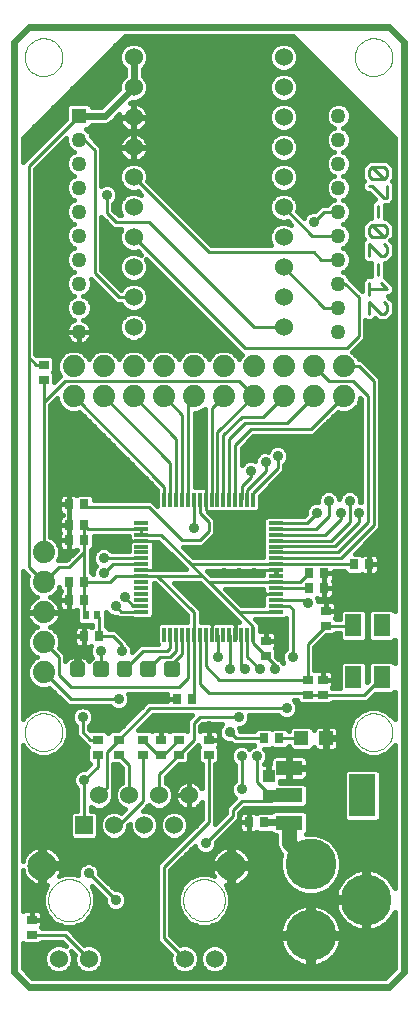
<source format=gtl>
G75*
G70*
%OFA0B0*%
%FSLAX24Y24*%
%IPPOS*%
%LPD*%
%AMOC8*
5,1,8,0,0,1.08239X$1,22.5*
%
%ADD10C,0.0000*%
%ADD11C,0.0240*%
%ADD12C,0.0110*%
%ADD13R,0.0118X0.0472*%
%ADD14R,0.0472X0.0118*%
%ADD15C,0.1700*%
%ADD16R,0.0880X0.0480*%
%ADD17R,0.0866X0.1417*%
%ADD18R,0.0394X0.0433*%
%ADD19R,0.0276X0.0354*%
%ADD20R,0.0472X0.0472*%
%ADD21R,0.0354X0.0276*%
%ADD22R,0.0236X0.0276*%
%ADD23R,0.0551X0.0748*%
%ADD24C,0.0740*%
%ADD25R,0.0600X0.0600*%
%ADD26C,0.0600*%
%ADD27C,0.0975*%
%ADD28R,0.0500X0.0500*%
%ADD29C,0.0500*%
%ADD30C,0.0250*%
%ADD31C,0.0160*%
%ADD32C,0.0356*%
%ADD33C,0.0100*%
%ADD34C,0.0400*%
%ADD35C,0.0500*%
D10*
X001704Y005289D02*
X001706Y005341D01*
X001712Y005393D01*
X001722Y005445D01*
X001735Y005495D01*
X001752Y005545D01*
X001773Y005593D01*
X001798Y005639D01*
X001826Y005683D01*
X001857Y005725D01*
X001891Y005765D01*
X001928Y005802D01*
X001968Y005836D01*
X002010Y005867D01*
X002054Y005895D01*
X002100Y005920D01*
X002148Y005941D01*
X002198Y005958D01*
X002248Y005971D01*
X002300Y005981D01*
X002352Y005987D01*
X002404Y005989D01*
X002456Y005987D01*
X002508Y005981D01*
X002560Y005971D01*
X002610Y005958D01*
X002660Y005941D01*
X002708Y005920D01*
X002754Y005895D01*
X002798Y005867D01*
X002840Y005836D01*
X002880Y005802D01*
X002917Y005765D01*
X002951Y005725D01*
X002982Y005683D01*
X003010Y005639D01*
X003035Y005593D01*
X003056Y005545D01*
X003073Y005495D01*
X003086Y005445D01*
X003096Y005393D01*
X003102Y005341D01*
X003104Y005289D01*
X003102Y005237D01*
X003096Y005185D01*
X003086Y005133D01*
X003073Y005083D01*
X003056Y005033D01*
X003035Y004985D01*
X003010Y004939D01*
X002982Y004895D01*
X002951Y004853D01*
X002917Y004813D01*
X002880Y004776D01*
X002840Y004742D01*
X002798Y004711D01*
X002754Y004683D01*
X002708Y004658D01*
X002660Y004637D01*
X002610Y004620D01*
X002560Y004607D01*
X002508Y004597D01*
X002456Y004591D01*
X002404Y004589D01*
X002352Y004591D01*
X002300Y004597D01*
X002248Y004607D01*
X002198Y004620D01*
X002148Y004637D01*
X002100Y004658D01*
X002054Y004683D01*
X002010Y004711D01*
X001968Y004742D01*
X001928Y004776D01*
X001891Y004813D01*
X001857Y004853D01*
X001826Y004895D01*
X001798Y004939D01*
X001773Y004985D01*
X001752Y005033D01*
X001735Y005083D01*
X001722Y005133D01*
X001712Y005185D01*
X001706Y005237D01*
X001704Y005289D01*
X000924Y010889D02*
X000926Y010939D01*
X000932Y010989D01*
X000942Y011038D01*
X000956Y011086D01*
X000973Y011133D01*
X000994Y011178D01*
X001019Y011222D01*
X001047Y011263D01*
X001079Y011302D01*
X001113Y011339D01*
X001150Y011373D01*
X001190Y011403D01*
X001232Y011430D01*
X001276Y011454D01*
X001322Y011475D01*
X001369Y011491D01*
X001417Y011504D01*
X001467Y011513D01*
X001516Y011518D01*
X001567Y011519D01*
X001617Y011516D01*
X001666Y011509D01*
X001715Y011498D01*
X001763Y011483D01*
X001809Y011465D01*
X001854Y011443D01*
X001897Y011417D01*
X001938Y011388D01*
X001977Y011356D01*
X002013Y011321D01*
X002045Y011283D01*
X002075Y011243D01*
X002102Y011200D01*
X002125Y011156D01*
X002144Y011110D01*
X002160Y011062D01*
X002172Y011013D01*
X002180Y010964D01*
X002184Y010914D01*
X002184Y010864D01*
X002180Y010814D01*
X002172Y010765D01*
X002160Y010716D01*
X002144Y010668D01*
X002125Y010622D01*
X002102Y010578D01*
X002075Y010535D01*
X002045Y010495D01*
X002013Y010457D01*
X001977Y010422D01*
X001938Y010390D01*
X001897Y010361D01*
X001854Y010335D01*
X001809Y010313D01*
X001763Y010295D01*
X001715Y010280D01*
X001666Y010269D01*
X001617Y010262D01*
X001567Y010259D01*
X001516Y010260D01*
X001467Y010265D01*
X001417Y010274D01*
X001369Y010287D01*
X001322Y010303D01*
X001276Y010324D01*
X001232Y010348D01*
X001190Y010375D01*
X001150Y010405D01*
X001113Y010439D01*
X001079Y010476D01*
X001047Y010515D01*
X001019Y010556D01*
X000994Y010600D01*
X000973Y010645D01*
X000956Y010692D01*
X000942Y010740D01*
X000932Y010789D01*
X000926Y010839D01*
X000924Y010889D01*
X006204Y005289D02*
X006206Y005341D01*
X006212Y005393D01*
X006222Y005445D01*
X006235Y005495D01*
X006252Y005545D01*
X006273Y005593D01*
X006298Y005639D01*
X006326Y005683D01*
X006357Y005725D01*
X006391Y005765D01*
X006428Y005802D01*
X006468Y005836D01*
X006510Y005867D01*
X006554Y005895D01*
X006600Y005920D01*
X006648Y005941D01*
X006698Y005958D01*
X006748Y005971D01*
X006800Y005981D01*
X006852Y005987D01*
X006904Y005989D01*
X006956Y005987D01*
X007008Y005981D01*
X007060Y005971D01*
X007110Y005958D01*
X007160Y005941D01*
X007208Y005920D01*
X007254Y005895D01*
X007298Y005867D01*
X007340Y005836D01*
X007380Y005802D01*
X007417Y005765D01*
X007451Y005725D01*
X007482Y005683D01*
X007510Y005639D01*
X007535Y005593D01*
X007556Y005545D01*
X007573Y005495D01*
X007586Y005445D01*
X007596Y005393D01*
X007602Y005341D01*
X007604Y005289D01*
X007602Y005237D01*
X007596Y005185D01*
X007586Y005133D01*
X007573Y005083D01*
X007556Y005033D01*
X007535Y004985D01*
X007510Y004939D01*
X007482Y004895D01*
X007451Y004853D01*
X007417Y004813D01*
X007380Y004776D01*
X007340Y004742D01*
X007298Y004711D01*
X007254Y004683D01*
X007208Y004658D01*
X007160Y004637D01*
X007110Y004620D01*
X007060Y004607D01*
X007008Y004597D01*
X006956Y004591D01*
X006904Y004589D01*
X006852Y004591D01*
X006800Y004597D01*
X006748Y004607D01*
X006698Y004620D01*
X006648Y004637D01*
X006600Y004658D01*
X006554Y004683D01*
X006510Y004711D01*
X006468Y004742D01*
X006428Y004776D01*
X006391Y004813D01*
X006357Y004853D01*
X006326Y004895D01*
X006298Y004939D01*
X006273Y004985D01*
X006252Y005033D01*
X006235Y005083D01*
X006222Y005133D01*
X006212Y005185D01*
X006206Y005237D01*
X006204Y005289D01*
X011924Y010889D02*
X011926Y010939D01*
X011932Y010989D01*
X011942Y011038D01*
X011956Y011086D01*
X011973Y011133D01*
X011994Y011178D01*
X012019Y011222D01*
X012047Y011263D01*
X012079Y011302D01*
X012113Y011339D01*
X012150Y011373D01*
X012190Y011403D01*
X012232Y011430D01*
X012276Y011454D01*
X012322Y011475D01*
X012369Y011491D01*
X012417Y011504D01*
X012467Y011513D01*
X012516Y011518D01*
X012567Y011519D01*
X012617Y011516D01*
X012666Y011509D01*
X012715Y011498D01*
X012763Y011483D01*
X012809Y011465D01*
X012854Y011443D01*
X012897Y011417D01*
X012938Y011388D01*
X012977Y011356D01*
X013013Y011321D01*
X013045Y011283D01*
X013075Y011243D01*
X013102Y011200D01*
X013125Y011156D01*
X013144Y011110D01*
X013160Y011062D01*
X013172Y011013D01*
X013180Y010964D01*
X013184Y010914D01*
X013184Y010864D01*
X013180Y010814D01*
X013172Y010765D01*
X013160Y010716D01*
X013144Y010668D01*
X013125Y010622D01*
X013102Y010578D01*
X013075Y010535D01*
X013045Y010495D01*
X013013Y010457D01*
X012977Y010422D01*
X012938Y010390D01*
X012897Y010361D01*
X012854Y010335D01*
X012809Y010313D01*
X012763Y010295D01*
X012715Y010280D01*
X012666Y010269D01*
X012617Y010262D01*
X012567Y010259D01*
X012516Y010260D01*
X012467Y010265D01*
X012417Y010274D01*
X012369Y010287D01*
X012322Y010303D01*
X012276Y010324D01*
X012232Y010348D01*
X012190Y010375D01*
X012150Y010405D01*
X012113Y010439D01*
X012079Y010476D01*
X012047Y010515D01*
X012019Y010556D01*
X011994Y010600D01*
X011973Y010645D01*
X011956Y010692D01*
X011942Y010740D01*
X011932Y010789D01*
X011926Y010839D01*
X011924Y010889D01*
X011924Y033389D02*
X011926Y033439D01*
X011932Y033489D01*
X011942Y033538D01*
X011956Y033586D01*
X011973Y033633D01*
X011994Y033678D01*
X012019Y033722D01*
X012047Y033763D01*
X012079Y033802D01*
X012113Y033839D01*
X012150Y033873D01*
X012190Y033903D01*
X012232Y033930D01*
X012276Y033954D01*
X012322Y033975D01*
X012369Y033991D01*
X012417Y034004D01*
X012467Y034013D01*
X012516Y034018D01*
X012567Y034019D01*
X012617Y034016D01*
X012666Y034009D01*
X012715Y033998D01*
X012763Y033983D01*
X012809Y033965D01*
X012854Y033943D01*
X012897Y033917D01*
X012938Y033888D01*
X012977Y033856D01*
X013013Y033821D01*
X013045Y033783D01*
X013075Y033743D01*
X013102Y033700D01*
X013125Y033656D01*
X013144Y033610D01*
X013160Y033562D01*
X013172Y033513D01*
X013180Y033464D01*
X013184Y033414D01*
X013184Y033364D01*
X013180Y033314D01*
X013172Y033265D01*
X013160Y033216D01*
X013144Y033168D01*
X013125Y033122D01*
X013102Y033078D01*
X013075Y033035D01*
X013045Y032995D01*
X013013Y032957D01*
X012977Y032922D01*
X012938Y032890D01*
X012897Y032861D01*
X012854Y032835D01*
X012809Y032813D01*
X012763Y032795D01*
X012715Y032780D01*
X012666Y032769D01*
X012617Y032762D01*
X012567Y032759D01*
X012516Y032760D01*
X012467Y032765D01*
X012417Y032774D01*
X012369Y032787D01*
X012322Y032803D01*
X012276Y032824D01*
X012232Y032848D01*
X012190Y032875D01*
X012150Y032905D01*
X012113Y032939D01*
X012079Y032976D01*
X012047Y033015D01*
X012019Y033056D01*
X011994Y033100D01*
X011973Y033145D01*
X011956Y033192D01*
X011942Y033240D01*
X011932Y033289D01*
X011926Y033339D01*
X011924Y033389D01*
X000924Y033389D02*
X000926Y033439D01*
X000932Y033489D01*
X000942Y033538D01*
X000956Y033586D01*
X000973Y033633D01*
X000994Y033678D01*
X001019Y033722D01*
X001047Y033763D01*
X001079Y033802D01*
X001113Y033839D01*
X001150Y033873D01*
X001190Y033903D01*
X001232Y033930D01*
X001276Y033954D01*
X001322Y033975D01*
X001369Y033991D01*
X001417Y034004D01*
X001467Y034013D01*
X001516Y034018D01*
X001567Y034019D01*
X001617Y034016D01*
X001666Y034009D01*
X001715Y033998D01*
X001763Y033983D01*
X001809Y033965D01*
X001854Y033943D01*
X001897Y033917D01*
X001938Y033888D01*
X001977Y033856D01*
X002013Y033821D01*
X002045Y033783D01*
X002075Y033743D01*
X002102Y033700D01*
X002125Y033656D01*
X002144Y033610D01*
X002160Y033562D01*
X002172Y033513D01*
X002180Y033464D01*
X002184Y033414D01*
X002184Y033364D01*
X002180Y033314D01*
X002172Y033265D01*
X002160Y033216D01*
X002144Y033168D01*
X002125Y033122D01*
X002102Y033078D01*
X002075Y033035D01*
X002045Y032995D01*
X002013Y032957D01*
X001977Y032922D01*
X001938Y032890D01*
X001897Y032861D01*
X001854Y032835D01*
X001809Y032813D01*
X001763Y032795D01*
X001715Y032780D01*
X001666Y032769D01*
X001617Y032762D01*
X001567Y032759D01*
X001516Y032760D01*
X001467Y032765D01*
X001417Y032774D01*
X001369Y032787D01*
X001322Y032803D01*
X001276Y032824D01*
X001232Y032848D01*
X001190Y032875D01*
X001150Y032905D01*
X001113Y032939D01*
X001079Y032976D01*
X001047Y033015D01*
X001019Y033056D01*
X000994Y033100D01*
X000973Y033145D01*
X000956Y033192D01*
X000942Y033240D01*
X000932Y033289D01*
X000926Y033339D01*
X000924Y033389D01*
D11*
X001054Y002389D02*
X013054Y002389D01*
X013554Y002889D01*
X013554Y033889D01*
X013054Y034389D01*
X001054Y034389D01*
X000554Y033889D01*
X000554Y002889D01*
X001054Y002389D01*
X008910Y007889D02*
X009724Y007889D01*
X009734Y008789D02*
X009690Y008833D01*
X003605Y031439D02*
X002724Y031439D01*
X003605Y031439D02*
X004554Y032389D01*
X004554Y033389D01*
D12*
X012409Y029635D02*
X012508Y029734D01*
X012901Y029340D01*
X012508Y029340D01*
X012409Y029438D01*
X012409Y029635D01*
X012508Y029734D02*
X012901Y029734D01*
X013000Y029635D01*
X013000Y029438D01*
X012901Y029340D01*
X013000Y029089D02*
X013000Y028695D01*
X012901Y028695D01*
X012508Y029089D01*
X012409Y029089D01*
X012705Y028445D02*
X012705Y028051D01*
X012901Y027800D02*
X012508Y027800D01*
X012901Y027406D01*
X012508Y027406D01*
X012409Y027505D01*
X012409Y027702D01*
X012508Y027800D01*
X012409Y027156D02*
X012803Y026762D01*
X012901Y026762D01*
X013000Y026860D01*
X013000Y027057D01*
X012901Y027156D01*
X012901Y027406D02*
X013000Y027505D01*
X013000Y027702D01*
X012901Y027800D01*
X012409Y027156D02*
X012409Y026762D01*
X012705Y026511D02*
X012705Y026117D01*
X012803Y025866D02*
X013000Y025670D01*
X012409Y025670D01*
X012409Y025866D02*
X012409Y025473D01*
X012409Y025222D02*
X012803Y024828D01*
X012901Y024828D01*
X013000Y024927D01*
X013000Y025124D01*
X012901Y025222D01*
X012409Y025222D02*
X012409Y024828D01*
D13*
X008531Y018633D03*
X008334Y018633D03*
X008137Y018633D03*
X007940Y018633D03*
X007743Y018633D03*
X007546Y018633D03*
X007350Y018633D03*
X007153Y018633D03*
X006956Y018633D03*
X006759Y018633D03*
X006562Y018633D03*
X006365Y018633D03*
X006169Y018633D03*
X005972Y018633D03*
X005775Y018633D03*
X005578Y018633D03*
X005578Y014145D03*
X005775Y014145D03*
X005972Y014145D03*
X006169Y014145D03*
X006365Y014145D03*
X006562Y014145D03*
X006759Y014145D03*
X006956Y014145D03*
X007153Y014145D03*
X007350Y014145D03*
X007546Y014145D03*
X007743Y014145D03*
X007940Y014145D03*
X008137Y014145D03*
X008334Y014145D03*
X008531Y014145D03*
D14*
X009298Y014912D03*
X009298Y015109D03*
X009298Y015306D03*
X009298Y015503D03*
X009298Y015700D03*
X009298Y015897D03*
X009298Y016093D03*
X009298Y016290D03*
X009298Y016487D03*
X009298Y016684D03*
X009298Y016881D03*
X009298Y017078D03*
X009298Y017274D03*
X009298Y017471D03*
X009298Y017668D03*
X009298Y017865D03*
X004810Y017865D03*
X004810Y017668D03*
X004810Y017471D03*
X004810Y017274D03*
X004810Y017078D03*
X004810Y016881D03*
X004810Y016684D03*
X004810Y016487D03*
X004810Y016290D03*
X004810Y016093D03*
X004810Y015897D03*
X004810Y015700D03*
X004810Y015503D03*
X004810Y015306D03*
X004810Y015109D03*
X004810Y014912D03*
D15*
X010454Y006482D03*
X010454Y004120D03*
X012305Y005301D03*
D16*
X009734Y007879D03*
X009734Y008789D03*
X009734Y009699D03*
D17*
X012174Y008789D03*
D18*
X009054Y008754D03*
X009054Y009423D03*
D19*
X008898Y010689D03*
X009410Y010689D03*
X008910Y007889D03*
X008398Y007889D03*
X006510Y011989D03*
X005998Y011989D03*
X003410Y014089D03*
X002898Y014089D03*
X002910Y015289D03*
X002910Y015889D03*
X002398Y015889D03*
X002398Y015289D03*
X002398Y017289D03*
X002398Y017789D03*
X002398Y018489D03*
X002910Y018489D03*
X002910Y017789D03*
X002910Y017289D03*
X010398Y016189D03*
X010398Y015689D03*
X010910Y015689D03*
X010910Y016189D03*
X011898Y016489D03*
X012410Y016489D03*
D20*
X010968Y010689D03*
X010141Y010689D03*
D21*
X010354Y012133D03*
X010354Y012645D03*
X010854Y012645D03*
X010854Y012133D03*
X010954Y014433D03*
X010954Y014945D03*
X008954Y013945D03*
X008954Y013433D03*
X007054Y010645D03*
X007054Y010133D03*
X006054Y010133D03*
X006054Y010645D03*
X005454Y010645D03*
X005454Y010133D03*
X004854Y010133D03*
X004854Y010645D03*
X004054Y010645D03*
X004054Y010133D03*
X003354Y010133D03*
X003354Y010645D03*
X001154Y004645D03*
X001154Y004133D03*
X001554Y022633D03*
X001554Y023145D03*
D22*
X002967Y014789D03*
X003342Y014789D03*
D23*
X011882Y014455D03*
X011882Y012723D03*
X012827Y012723D03*
X012827Y014455D03*
D24*
X011554Y022089D03*
X011554Y023089D03*
X010554Y023089D03*
X010554Y022089D03*
X009554Y022089D03*
X009554Y023089D03*
X008554Y023089D03*
X008554Y022089D03*
X007554Y022089D03*
X007554Y023089D03*
X006554Y023089D03*
X006554Y022089D03*
X005554Y022089D03*
X005554Y023089D03*
X004554Y023089D03*
X004554Y022089D03*
X003554Y022089D03*
X003554Y023089D03*
X002554Y023089D03*
X002554Y022089D03*
X001554Y016889D03*
X001554Y015889D03*
X001554Y014889D03*
X001554Y013889D03*
X001554Y012889D03*
D25*
X002904Y007789D03*
D26*
X003404Y008789D03*
X003904Y007789D03*
X004404Y008789D03*
X004904Y007789D03*
X005404Y008789D03*
X005904Y007789D03*
X006404Y008789D03*
X006254Y003339D03*
X007254Y003339D03*
X003054Y003339D03*
X002054Y003339D03*
X004554Y024389D03*
X004554Y025389D03*
X004554Y026389D03*
X004554Y027389D03*
X004554Y028389D03*
X004554Y029389D03*
X004554Y030389D03*
X004554Y031389D03*
X004554Y032389D03*
X004554Y033389D03*
X009554Y033389D03*
X009554Y032389D03*
X009554Y031389D03*
X009554Y030389D03*
X009554Y029389D03*
X009554Y028389D03*
X009554Y027389D03*
X009554Y026389D03*
X009554Y025389D03*
X009554Y024389D03*
D27*
X007804Y006439D03*
X001504Y006439D03*
D28*
X002724Y031439D03*
D29*
X002724Y030639D03*
X002724Y029839D03*
X002724Y029039D03*
X002724Y028239D03*
X002724Y027439D03*
X002724Y026639D03*
X002724Y025839D03*
X002724Y025039D03*
X002724Y024239D03*
X011384Y024236D03*
X011384Y025036D03*
X011384Y025836D03*
X011384Y026636D03*
X011384Y027436D03*
X011384Y028236D03*
X011384Y029036D03*
X011384Y029836D03*
X011384Y030636D03*
X011384Y031436D03*
D30*
X005954Y013114D02*
X005954Y012864D01*
X005704Y012864D01*
X005704Y013114D01*
X005954Y013114D01*
X005954Y013113D02*
X005704Y013113D01*
X005167Y013114D02*
X005167Y012864D01*
X004917Y012864D01*
X004917Y013114D01*
X005167Y013114D01*
X005167Y013113D02*
X004917Y013113D01*
X004379Y013114D02*
X004379Y012864D01*
X004129Y012864D01*
X004129Y013114D01*
X004379Y013114D01*
X004379Y013113D02*
X004129Y013113D01*
X003592Y013114D02*
X003592Y012864D01*
X003342Y012864D01*
X003342Y013114D01*
X003592Y013114D01*
X003592Y013113D02*
X003342Y013113D01*
X002805Y013114D02*
X002805Y012864D01*
X002555Y012864D01*
X002555Y013114D01*
X002805Y013114D01*
X002805Y013113D02*
X002555Y013113D01*
D31*
X002634Y013170D02*
X002725Y013170D01*
X002725Y013034D02*
X002634Y013034D01*
X002634Y013419D01*
X002524Y013419D01*
X002466Y013407D01*
X002410Y013384D01*
X002360Y013351D01*
X002318Y013308D01*
X002284Y013258D01*
X002284Y013293D01*
X002284Y013484D01*
X002070Y013698D01*
X002104Y013779D01*
X002104Y013998D01*
X002021Y014200D01*
X001866Y014355D01*
X001784Y014389D01*
X001843Y014418D01*
X001913Y014469D01*
X001974Y014530D01*
X002025Y014600D01*
X002064Y014678D01*
X002091Y014760D01*
X002104Y014845D01*
X002104Y014869D01*
X001575Y014869D01*
X001575Y014909D01*
X002104Y014909D01*
X002104Y014932D01*
X002091Y015017D01*
X002064Y015100D01*
X002025Y015177D01*
X001974Y015247D01*
X001913Y015308D01*
X001843Y015359D01*
X001784Y015389D01*
X001866Y015422D01*
X002021Y015577D01*
X002081Y015722D01*
X002081Y015688D01*
X002093Y015642D01*
X002117Y015601D01*
X002129Y015589D01*
X002117Y015576D01*
X002093Y015535D01*
X002081Y015490D01*
X002081Y015289D01*
X002398Y015289D01*
X002398Y015531D01*
X002398Y015888D01*
X002399Y015888D01*
X002399Y015531D01*
X002399Y015289D01*
X002398Y015289D01*
X002398Y015288D01*
X002399Y015288D01*
X002399Y014931D01*
X002560Y014931D01*
X002606Y014944D01*
X002647Y014967D01*
X002654Y014975D01*
X002669Y014961D01*
X002669Y014576D01*
X002774Y014471D01*
X003149Y014471D01*
X003180Y014471D01*
X003180Y014428D01*
X003154Y014402D01*
X003147Y014410D01*
X003106Y014434D01*
X003060Y014446D01*
X002899Y014446D01*
X002899Y014089D01*
X002898Y014089D01*
X002898Y014088D01*
X002899Y014088D01*
X002899Y013731D01*
X003060Y013731D01*
X003106Y013744D01*
X003139Y013763D01*
X003096Y013660D01*
X003096Y013517D01*
X003151Y013386D01*
X003167Y013370D01*
X003083Y013286D01*
X003073Y013261D01*
X003041Y013308D01*
X002999Y013351D01*
X002949Y013384D01*
X002893Y013407D01*
X002835Y013419D01*
X002725Y013419D01*
X002725Y013034D01*
X002725Y013328D02*
X002634Y013328D01*
X002737Y013731D02*
X002898Y013731D01*
X002898Y014088D01*
X002581Y014088D01*
X002581Y013888D01*
X002593Y013842D01*
X002617Y013801D01*
X002650Y013767D01*
X002691Y013744D01*
X002737Y013731D01*
X002615Y013804D02*
X002104Y013804D01*
X002104Y013962D02*
X002581Y013962D01*
X002581Y014089D02*
X002898Y014089D01*
X002898Y014446D01*
X002737Y014446D01*
X002691Y014434D01*
X002650Y014410D01*
X002617Y014376D01*
X002593Y014335D01*
X002581Y014290D01*
X002581Y014089D01*
X002581Y014121D02*
X002053Y014121D01*
X001941Y014279D02*
X002581Y014279D01*
X002708Y014438D02*
X001870Y014438D01*
X002022Y014596D02*
X002669Y014596D01*
X002669Y014755D02*
X002089Y014755D01*
X002104Y014914D02*
X002669Y014914D01*
X002398Y014931D02*
X002398Y015288D01*
X002081Y015288D01*
X002081Y015088D01*
X002093Y015042D01*
X002117Y015001D01*
X002150Y014967D01*
X002191Y014944D01*
X002237Y014931D01*
X002398Y014931D01*
X002398Y015072D02*
X002399Y015072D01*
X002398Y015231D02*
X002399Y015231D01*
X002398Y015389D02*
X002399Y015389D01*
X002398Y015548D02*
X002399Y015548D01*
X002398Y015706D02*
X002399Y015706D01*
X002398Y015865D02*
X002399Y015865D01*
X002081Y015706D02*
X002074Y015706D01*
X002100Y015548D02*
X001991Y015548D01*
X002081Y015389D02*
X001786Y015389D01*
X001986Y015231D02*
X002081Y015231D01*
X002073Y015072D02*
X002085Y015072D01*
X001534Y014909D02*
X001534Y014869D01*
X001004Y014869D01*
X001004Y014845D01*
X001018Y014760D01*
X001045Y014678D01*
X001084Y014600D01*
X001135Y014530D01*
X001196Y014469D01*
X001266Y014418D01*
X001324Y014389D01*
X001243Y014355D01*
X001088Y014200D01*
X001004Y013998D01*
X001004Y013779D01*
X001088Y013577D01*
X001243Y013422D01*
X001324Y013389D01*
X001243Y013355D01*
X001088Y013200D01*
X001004Y012998D01*
X001004Y012779D01*
X001088Y012577D01*
X001243Y012422D01*
X001445Y012339D01*
X001664Y012339D01*
X001745Y012372D01*
X002359Y011759D01*
X002550Y011759D01*
X003778Y011759D01*
X003851Y011685D01*
X003983Y011631D01*
X004126Y011631D01*
X004257Y011685D01*
X004358Y011786D01*
X004412Y011917D01*
X004412Y012060D01*
X004371Y012159D01*
X005681Y012159D01*
X005681Y011989D01*
X005998Y011989D01*
X005998Y011988D01*
X005681Y011988D01*
X005681Y011919D01*
X005003Y011919D01*
X004868Y011784D01*
X004047Y010962D01*
X003803Y010962D01*
X003704Y010864D01*
X003606Y010962D01*
X003106Y010962D01*
X003084Y010984D01*
X003084Y011112D01*
X003158Y011186D01*
X003212Y011317D01*
X003212Y011460D01*
X003158Y011591D01*
X003057Y011692D01*
X002926Y011747D01*
X002783Y011747D01*
X002651Y011692D01*
X002551Y011591D01*
X002496Y011460D01*
X002496Y011317D01*
X002551Y011186D01*
X002624Y011112D01*
X002624Y010793D01*
X002759Y010659D01*
X003003Y010415D01*
X003015Y010415D01*
X003041Y010389D01*
X002997Y010345D01*
X002997Y009920D01*
X003103Y009815D01*
X003105Y009815D01*
X002937Y009647D01*
X002833Y009647D01*
X002701Y009592D01*
X002601Y009491D01*
X002546Y009360D01*
X002546Y009217D01*
X002601Y009086D01*
X002674Y009012D01*
X002674Y008269D01*
X002530Y008269D01*
X002424Y008163D01*
X002424Y007414D01*
X002530Y007309D01*
X003279Y007309D01*
X003384Y007414D01*
X003384Y008163D01*
X003279Y008269D01*
X003134Y008269D01*
X003134Y008381D01*
X003309Y008309D01*
X003500Y008309D01*
X003676Y008382D01*
X003811Y008517D01*
X003884Y008693D01*
X003884Y008884D01*
X003867Y008926D01*
X003884Y008943D01*
X003884Y009134D01*
X003884Y009815D01*
X004047Y009815D01*
X004174Y009687D01*
X004174Y009213D01*
X004132Y009196D01*
X003997Y009061D01*
X003924Y008884D01*
X003924Y008693D01*
X003997Y008517D01*
X004132Y008382D01*
X004267Y008326D01*
X004148Y008207D01*
X004000Y008269D01*
X003809Y008269D01*
X003632Y008196D01*
X003497Y008061D01*
X003424Y007884D01*
X003424Y007693D01*
X003497Y007517D01*
X003632Y007382D01*
X003809Y007309D01*
X004000Y007309D01*
X004176Y007382D01*
X004311Y007517D01*
X004384Y007693D01*
X004384Y007793D01*
X004424Y007833D01*
X004424Y007693D01*
X004497Y007517D01*
X004632Y007382D01*
X004809Y007309D01*
X005000Y007309D01*
X005176Y007382D01*
X005311Y007517D01*
X005384Y007693D01*
X005384Y007884D01*
X005311Y008061D01*
X005176Y008196D01*
X005000Y008269D01*
X004859Y008269D01*
X005053Y008462D01*
X005132Y008382D01*
X005309Y008309D01*
X005500Y008309D01*
X005676Y008382D01*
X005811Y008517D01*
X005884Y008693D01*
X005884Y008884D01*
X005811Y009061D01*
X005676Y009196D01*
X005634Y009213D01*
X005634Y009387D01*
X006062Y009815D01*
X006306Y009815D01*
X006411Y009920D01*
X006411Y010165D01*
X006704Y010457D01*
X006709Y010437D01*
X006733Y010396D01*
X006741Y010389D01*
X006697Y010345D01*
X006697Y009920D01*
X006803Y009815D01*
X006824Y009815D01*
X006824Y009022D01*
X006815Y009040D01*
X006770Y009101D01*
X006717Y009155D01*
X006656Y009199D01*
X006589Y009233D01*
X006517Y009257D01*
X006442Y009269D01*
X006404Y009269D01*
X006367Y009269D01*
X006292Y009257D01*
X006220Y009233D01*
X006153Y009199D01*
X006092Y009155D01*
X006038Y009101D01*
X005994Y009040D01*
X005959Y008973D01*
X005936Y008901D01*
X005924Y008826D01*
X005924Y008789D01*
X006404Y008789D01*
X006404Y009269D01*
X006404Y008789D01*
X006404Y008789D01*
X006404Y008788D01*
X006404Y008788D01*
X006404Y008309D01*
X006367Y008309D01*
X006292Y008320D01*
X006220Y008344D01*
X006153Y008378D01*
X006092Y008423D01*
X006038Y008476D01*
X005994Y008537D01*
X005959Y008604D01*
X005936Y008676D01*
X005924Y008751D01*
X005924Y008788D01*
X006404Y008788D01*
X006404Y008309D01*
X006442Y008309D01*
X006517Y008320D01*
X006589Y008344D01*
X006656Y008378D01*
X006717Y008423D01*
X006770Y008476D01*
X006815Y008537D01*
X006824Y008556D01*
X006824Y007984D01*
X005459Y006619D01*
X005324Y006484D01*
X005324Y004134D01*
X005324Y003943D01*
X005792Y003476D01*
X005774Y003434D01*
X005774Y003243D01*
X005847Y003067D01*
X005982Y002932D01*
X006159Y002859D01*
X006350Y002859D01*
X006526Y002932D01*
X006661Y003067D01*
X006734Y003243D01*
X006734Y003434D01*
X006661Y003611D01*
X006526Y003746D01*
X006350Y003819D01*
X006159Y003819D01*
X006117Y003801D01*
X005784Y004134D01*
X005784Y006293D01*
X006600Y007109D01*
X006651Y006986D01*
X006751Y006885D01*
X006883Y006831D01*
X007026Y006831D01*
X007157Y006885D01*
X007258Y006986D01*
X007312Y007117D01*
X007312Y007221D01*
X007950Y007859D01*
X008081Y007990D01*
X008081Y007889D01*
X008398Y007889D01*
X008398Y008246D01*
X008237Y008246D01*
X008191Y008234D01*
X008150Y008210D01*
X008117Y008176D01*
X008093Y008135D01*
X008084Y008103D01*
X008084Y008193D01*
X008250Y008359D01*
X008782Y008359D01*
X008783Y008357D01*
X009326Y008357D01*
X009337Y008369D01*
X010249Y008369D01*
X010354Y008474D01*
X010354Y009103D01*
X010249Y009209D01*
X009431Y009209D01*
X009431Y009279D01*
X009694Y009279D01*
X009694Y009658D01*
X009774Y009658D01*
X009774Y009279D01*
X010198Y009279D01*
X010244Y009291D01*
X010285Y009315D01*
X010318Y009348D01*
X010342Y009389D01*
X010354Y009435D01*
X010354Y009659D01*
X009775Y009659D01*
X009775Y009739D01*
X010354Y009739D01*
X010354Y009962D01*
X010342Y010008D01*
X010318Y010049D01*
X010285Y010083D01*
X010244Y010106D01*
X010198Y010119D01*
X009774Y010119D01*
X009774Y009739D01*
X009694Y009739D01*
X009694Y010119D01*
X009271Y010119D01*
X009225Y010106D01*
X009184Y010083D01*
X009150Y010049D01*
X009127Y010008D01*
X009114Y009962D01*
X009114Y009820D01*
X009073Y009820D01*
X009073Y009442D01*
X009036Y009442D01*
X009036Y009820D01*
X008892Y009820D01*
X008958Y009886D01*
X009012Y010017D01*
X009012Y010160D01*
X008958Y010291D01*
X008918Y010331D01*
X009111Y010331D01*
X009154Y010375D01*
X009198Y010331D01*
X009623Y010331D01*
X009725Y010434D01*
X009725Y010378D01*
X009830Y010272D01*
X010452Y010272D01*
X010557Y010378D01*
X010557Y010408D01*
X010564Y010383D01*
X010587Y010342D01*
X010621Y010308D01*
X010662Y010285D01*
X010708Y010272D01*
X010930Y010272D01*
X010930Y010650D01*
X011006Y010650D01*
X011006Y010272D01*
X011228Y010272D01*
X011273Y010285D01*
X011314Y010308D01*
X011348Y010342D01*
X011372Y010383D01*
X011384Y010429D01*
X011384Y010650D01*
X011006Y010650D01*
X011006Y010727D01*
X010930Y010727D01*
X010930Y011105D01*
X010708Y011105D01*
X010662Y011093D01*
X010621Y011069D01*
X010587Y011035D01*
X010564Y010994D01*
X010557Y010969D01*
X010557Y010999D01*
X010452Y011105D01*
X009830Y011105D01*
X009725Y010999D01*
X009725Y010944D01*
X009623Y011046D01*
X009198Y011046D01*
X009154Y011002D01*
X009111Y011046D01*
X008686Y011046D01*
X008581Y010940D01*
X008581Y010919D01*
X008112Y010919D01*
X008112Y010960D01*
X008083Y011031D01*
X008126Y011031D01*
X008257Y011085D01*
X008358Y011186D01*
X008412Y011317D01*
X008412Y011459D01*
X009378Y011459D01*
X009451Y011385D01*
X009583Y011331D01*
X009726Y011331D01*
X009857Y011385D01*
X009958Y011486D01*
X010012Y011617D01*
X010012Y011760D01*
X009958Y011891D01*
X009891Y011959D01*
X009997Y011959D01*
X009997Y011920D01*
X010103Y011815D01*
X010603Y011815D01*
X011106Y011815D01*
X011194Y011903D01*
X012142Y011903D01*
X012332Y011903D01*
X012598Y012169D01*
X013177Y012169D01*
X013254Y012246D01*
X013254Y011315D01*
X013241Y011347D01*
X013013Y011575D01*
X012715Y011699D01*
X012393Y011699D01*
X012096Y011575D01*
X011868Y011347D01*
X011744Y011050D01*
X011744Y010728D01*
X011868Y010430D01*
X012096Y010202D01*
X012393Y010079D01*
X012715Y010079D01*
X013013Y010202D01*
X013241Y010430D01*
X013254Y010462D01*
X013254Y005703D01*
X013208Y005800D01*
X013146Y005898D01*
X013074Y005989D01*
X012992Y006070D01*
X012902Y006143D01*
X012804Y006204D01*
X012699Y006254D01*
X012590Y006293D01*
X012478Y006318D01*
X012385Y006329D01*
X012385Y005381D01*
X012225Y005381D01*
X012225Y005221D01*
X012385Y005221D01*
X012385Y004274D01*
X012478Y004284D01*
X012590Y004310D01*
X012699Y004348D01*
X012804Y004398D01*
X012902Y004460D01*
X012992Y004532D01*
X013074Y004614D01*
X013146Y004704D01*
X013208Y004802D01*
X013254Y004899D01*
X013254Y003013D01*
X012930Y002689D01*
X001179Y002689D01*
X000854Y003013D01*
X000854Y003863D01*
X000903Y003815D01*
X001406Y003815D01*
X001494Y003903D01*
X002165Y003903D01*
X002319Y003748D01*
X002150Y003819D01*
X001959Y003819D01*
X001782Y003746D01*
X001647Y003611D01*
X001574Y003434D01*
X001574Y003243D01*
X001647Y003067D01*
X001782Y002932D01*
X001959Y002859D01*
X002150Y002859D01*
X002326Y002932D01*
X002461Y003067D01*
X002534Y003243D01*
X002534Y003434D01*
X002464Y003604D01*
X002592Y003476D01*
X002574Y003434D01*
X002574Y003243D01*
X002647Y003067D01*
X002782Y002932D01*
X002959Y002859D01*
X003150Y002859D01*
X003326Y002932D01*
X003461Y003067D01*
X003534Y003243D01*
X003534Y003434D01*
X003461Y003611D01*
X003326Y003746D01*
X003150Y003819D01*
X002959Y003819D01*
X002917Y003801D01*
X002355Y004363D01*
X002165Y004363D01*
X001494Y004363D01*
X001468Y004389D01*
X001476Y004396D01*
X001499Y004437D01*
X001511Y004483D01*
X001511Y004644D01*
X001155Y004644D01*
X001155Y004645D01*
X001511Y004645D01*
X001511Y004806D01*
X001499Y004852D01*
X001476Y004893D01*
X001442Y004926D01*
X001401Y004950D01*
X001355Y004962D01*
X001154Y004962D01*
X000953Y004962D01*
X000908Y004950D01*
X000867Y004926D01*
X000854Y004914D01*
X000854Y006286D01*
X000871Y006224D01*
X000904Y006143D01*
X000948Y006067D01*
X001001Y005998D01*
X001063Y005936D01*
X001133Y005882D01*
X001208Y005839D01*
X001289Y005805D01*
X001374Y005783D01*
X001424Y005776D01*
X001424Y006358D01*
X001584Y006358D01*
X001584Y005776D01*
X001635Y005783D01*
X001661Y005790D01*
X001658Y005787D01*
X001524Y005464D01*
X001524Y005114D01*
X001658Y004790D01*
X001906Y004543D01*
X002229Y004409D01*
X002579Y004409D01*
X002903Y004543D01*
X003150Y004790D01*
X003284Y005114D01*
X003284Y005464D01*
X003164Y005754D01*
X003596Y005321D01*
X003596Y005217D01*
X003651Y005086D01*
X003751Y004985D01*
X003883Y004931D01*
X004026Y004931D01*
X004157Y004985D01*
X004258Y005086D01*
X004312Y005217D01*
X004312Y005360D01*
X004258Y005491D01*
X004157Y005592D01*
X004026Y005647D01*
X003921Y005647D01*
X003412Y006156D01*
X003412Y006260D01*
X003358Y006391D01*
X003257Y006492D01*
X003126Y006547D01*
X002983Y006547D01*
X002851Y006492D01*
X002751Y006391D01*
X002696Y006260D01*
X002696Y006120D01*
X002579Y006169D01*
X002229Y006169D01*
X002085Y006109D01*
X002104Y006143D01*
X002138Y006224D01*
X002160Y006308D01*
X002167Y006359D01*
X001584Y006359D01*
X001584Y006519D01*
X001424Y006519D01*
X001424Y007101D01*
X001374Y007095D01*
X001289Y007072D01*
X001208Y007039D01*
X001133Y006995D01*
X001063Y006942D01*
X001001Y006880D01*
X000948Y006810D01*
X000904Y006735D01*
X000871Y006654D01*
X000854Y006592D01*
X000854Y010462D01*
X000868Y010430D01*
X001096Y010202D01*
X001393Y010079D01*
X001715Y010079D01*
X002013Y010202D01*
X002241Y010430D01*
X002364Y010728D01*
X002364Y011050D01*
X002241Y011347D01*
X002013Y011575D01*
X001715Y011699D01*
X001393Y011699D01*
X001096Y011575D01*
X000868Y011347D01*
X000854Y011315D01*
X000854Y016263D01*
X001038Y016080D01*
X001004Y015998D01*
X001004Y015779D01*
X001088Y015577D01*
X001243Y015422D01*
X001324Y015389D01*
X001266Y015359D01*
X001196Y015308D01*
X001135Y015247D01*
X001084Y015177D01*
X001045Y015100D01*
X001018Y015017D01*
X001004Y014932D01*
X001004Y014909D01*
X001534Y014909D01*
X001323Y015389D02*
X000854Y015389D01*
X000854Y015231D02*
X001123Y015231D01*
X001036Y015072D02*
X000854Y015072D01*
X000854Y014914D02*
X001004Y014914D01*
X001019Y014755D02*
X000854Y014755D01*
X000854Y014596D02*
X001087Y014596D01*
X001239Y014438D02*
X000854Y014438D01*
X000854Y014279D02*
X001167Y014279D01*
X001055Y014121D02*
X000854Y014121D01*
X000854Y013962D02*
X001004Y013962D01*
X001004Y013804D02*
X000854Y013804D01*
X000854Y013645D02*
X001060Y013645D01*
X001178Y013487D02*
X000854Y013487D01*
X000854Y013328D02*
X001216Y013328D01*
X001075Y013170D02*
X000854Y013170D01*
X000854Y013011D02*
X001010Y013011D01*
X001004Y012853D02*
X000854Y012853D01*
X000854Y012694D02*
X001040Y012694D01*
X001130Y012535D02*
X000854Y012535D01*
X000854Y012377D02*
X001353Y012377D01*
X001117Y011584D02*
X000854Y011584D01*
X000854Y011426D02*
X000946Y011426D01*
X000854Y011743D02*
X002773Y011743D01*
X002935Y011743D02*
X003794Y011743D01*
X003790Y010950D02*
X003618Y010950D01*
X003192Y011267D02*
X004352Y011267D01*
X004510Y011426D02*
X003212Y011426D01*
X003161Y011584D02*
X004669Y011584D01*
X004827Y011743D02*
X004315Y011743D01*
X004406Y011901D02*
X004986Y011901D01*
X005194Y011459D02*
X006499Y011459D01*
X006459Y011419D01*
X006324Y011284D01*
X006324Y010944D01*
X006306Y010962D01*
X005803Y010962D01*
X005754Y010914D01*
X005742Y010926D01*
X005701Y010950D01*
X005790Y010950D01*
X005701Y010950D02*
X005655Y010962D01*
X005454Y010962D01*
X005253Y010962D01*
X005208Y010950D01*
X005167Y010926D01*
X005154Y010914D01*
X005106Y010962D01*
X004697Y010962D01*
X005194Y011459D01*
X005161Y011426D02*
X006466Y011426D01*
X006459Y011419D02*
X006459Y011419D01*
X006324Y011267D02*
X005002Y011267D01*
X004844Y011109D02*
X006324Y011109D01*
X006318Y010950D02*
X006324Y010950D01*
X006563Y010316D02*
X006697Y010316D01*
X006697Y010157D02*
X006411Y010157D01*
X006411Y009999D02*
X006697Y009999D01*
X006777Y009840D02*
X006331Y009840D01*
X006404Y009206D02*
X006404Y009206D01*
X006404Y009047D02*
X006404Y009047D01*
X006404Y008889D02*
X006404Y008889D01*
X006404Y008730D02*
X006404Y008730D01*
X006404Y008572D02*
X006404Y008572D01*
X006404Y008413D02*
X006404Y008413D01*
X006176Y008196D02*
X006311Y008061D01*
X006384Y007884D01*
X006384Y007693D01*
X006311Y007517D01*
X006176Y007382D01*
X006000Y007309D01*
X005809Y007309D01*
X005632Y007382D01*
X005497Y007517D01*
X005424Y007693D01*
X005424Y007884D01*
X005497Y008061D01*
X005632Y008196D01*
X005809Y008269D01*
X006000Y008269D01*
X006176Y008196D01*
X006276Y008096D02*
X006824Y008096D01*
X006824Y008255D02*
X006033Y008255D01*
X006104Y008413D02*
X005708Y008413D01*
X005775Y008255D02*
X005033Y008255D01*
X005004Y008413D02*
X005101Y008413D01*
X005276Y008096D02*
X005533Y008096D01*
X005447Y007938D02*
X005362Y007938D01*
X005384Y007779D02*
X005424Y007779D01*
X005454Y007621D02*
X005354Y007621D01*
X005257Y007462D02*
X005552Y007462D01*
X005827Y006986D02*
X001887Y006986D01*
X001876Y006995D02*
X001800Y007039D01*
X001719Y007072D01*
X001635Y007095D01*
X001584Y007101D01*
X001584Y006519D01*
X002167Y006519D01*
X002160Y006569D01*
X002138Y006654D01*
X002104Y006735D01*
X002061Y006810D01*
X002007Y006880D01*
X001945Y006942D01*
X001876Y006995D01*
X002047Y006828D02*
X005668Y006828D01*
X005843Y006352D02*
X007142Y006352D01*
X007142Y006359D02*
X007148Y006308D01*
X007171Y006224D01*
X007204Y006143D01*
X007224Y006109D01*
X007079Y006169D01*
X006729Y006169D01*
X006406Y006035D01*
X006158Y005787D01*
X006024Y005464D01*
X006024Y005114D01*
X006158Y004790D01*
X006406Y004543D01*
X006729Y004409D01*
X007079Y004409D01*
X007403Y004543D01*
X007650Y004790D01*
X007784Y005114D01*
X007784Y005464D01*
X007650Y005787D01*
X007648Y005790D01*
X007674Y005783D01*
X007724Y005776D01*
X007724Y006358D01*
X007884Y006358D01*
X007884Y005776D01*
X007935Y005783D01*
X008019Y005805D01*
X008100Y005839D01*
X008176Y005882D01*
X008245Y005936D01*
X008307Y005998D01*
X008361Y006067D01*
X008404Y006143D01*
X008438Y006224D01*
X008460Y006308D01*
X008467Y006359D01*
X007884Y006359D01*
X007884Y006519D01*
X007724Y006519D01*
X007724Y007101D01*
X007674Y007095D01*
X007589Y007072D01*
X007508Y007039D01*
X007433Y006995D01*
X007363Y006942D01*
X007301Y006880D01*
X007248Y006810D01*
X007204Y006735D01*
X007171Y006654D01*
X007148Y006569D01*
X007142Y006519D01*
X007724Y006519D01*
X007724Y006359D01*
X007142Y006359D01*
X007183Y006194D02*
X005784Y006194D01*
X005784Y006035D02*
X006407Y006035D01*
X006248Y005877D02*
X005784Y005877D01*
X005784Y005718D02*
X006130Y005718D01*
X006064Y005560D02*
X005784Y005560D01*
X005784Y005401D02*
X006024Y005401D01*
X006024Y005242D02*
X005784Y005242D01*
X005784Y005084D02*
X006037Y005084D01*
X006102Y004925D02*
X005784Y004925D01*
X005784Y004767D02*
X006182Y004767D01*
X006340Y004608D02*
X005784Y004608D01*
X005784Y004450D02*
X006630Y004450D01*
X006357Y003816D02*
X007151Y003816D01*
X007159Y003819D02*
X006982Y003746D01*
X006847Y003611D01*
X006774Y003434D01*
X006774Y003243D01*
X006847Y003067D01*
X006982Y002932D01*
X007159Y002859D01*
X007350Y002859D01*
X007526Y002932D01*
X007661Y003067D01*
X007734Y003243D01*
X007734Y003434D01*
X007661Y003611D01*
X007526Y003746D01*
X007350Y003819D01*
X007159Y003819D01*
X007357Y003816D02*
X009470Y003816D01*
X009463Y003835D02*
X009501Y003725D01*
X009551Y003621D01*
X009613Y003523D01*
X009685Y003433D01*
X009767Y003351D01*
X009857Y003279D01*
X009955Y003217D01*
X010060Y003167D01*
X010169Y003129D01*
X010281Y003103D01*
X010374Y003093D01*
X010374Y004040D01*
X009427Y004040D01*
X009437Y003947D01*
X009463Y003835D01*
X009434Y003974D02*
X005944Y003974D01*
X006103Y003816D02*
X006151Y003816D01*
X005800Y003181D02*
X003509Y003181D01*
X003534Y003340D02*
X005774Y003340D01*
X005769Y003498D02*
X003508Y003498D01*
X003415Y003657D02*
X005611Y003657D01*
X005452Y003816D02*
X003157Y003816D01*
X002951Y003816D02*
X002903Y003816D01*
X002744Y003974D02*
X005324Y003974D01*
X005324Y004133D02*
X002586Y004133D01*
X002427Y004291D02*
X005324Y004291D01*
X005324Y004450D02*
X002678Y004450D01*
X002569Y003498D02*
X002508Y003498D01*
X002534Y003340D02*
X002574Y003340D01*
X002600Y003181D02*
X002509Y003181D01*
X002417Y003023D02*
X002691Y003023D01*
X002945Y002864D02*
X002163Y002864D01*
X001945Y002864D02*
X001003Y002864D01*
X000854Y003023D02*
X001691Y003023D01*
X001600Y003181D02*
X000854Y003181D01*
X000854Y003340D02*
X001574Y003340D01*
X001601Y003498D02*
X000854Y003498D01*
X000854Y003657D02*
X001694Y003657D01*
X001951Y003816D02*
X001407Y003816D01*
X001502Y004450D02*
X002130Y004450D01*
X001840Y004608D02*
X001511Y004608D01*
X001511Y004767D02*
X001682Y004767D01*
X001602Y004925D02*
X001443Y004925D01*
X001537Y005084D02*
X000854Y005084D01*
X000854Y005242D02*
X001524Y005242D01*
X001524Y005401D02*
X000854Y005401D01*
X000854Y005560D02*
X001564Y005560D01*
X001630Y005718D02*
X000854Y005718D01*
X000854Y005877D02*
X001143Y005877D01*
X000973Y006035D02*
X000854Y006035D01*
X000854Y006194D02*
X000883Y006194D01*
X000854Y006669D02*
X000877Y006669D01*
X000854Y006828D02*
X000962Y006828D01*
X000854Y006986D02*
X001122Y006986D01*
X000854Y007145D02*
X005985Y007145D01*
X006144Y007304D02*
X000854Y007304D01*
X000854Y007462D02*
X002424Y007462D01*
X002424Y007621D02*
X000854Y007621D01*
X000854Y007779D02*
X002424Y007779D01*
X002424Y007938D02*
X000854Y007938D01*
X000854Y008096D02*
X002424Y008096D01*
X002516Y008255D02*
X000854Y008255D01*
X000854Y008413D02*
X002674Y008413D01*
X002674Y008572D02*
X000854Y008572D01*
X000854Y008730D02*
X002674Y008730D01*
X002674Y008889D02*
X000854Y008889D01*
X000854Y009047D02*
X002639Y009047D01*
X002551Y009206D02*
X000854Y009206D01*
X000854Y009365D02*
X002548Y009365D01*
X002632Y009523D02*
X000854Y009523D01*
X000854Y009682D02*
X002972Y009682D01*
X003077Y009840D02*
X000854Y009840D01*
X000854Y009999D02*
X002997Y009999D01*
X002997Y010157D02*
X001905Y010157D01*
X002127Y010316D02*
X002997Y010316D01*
X002943Y010474D02*
X002259Y010474D01*
X002325Y010633D02*
X002785Y010633D01*
X002626Y010791D02*
X002364Y010791D01*
X002364Y010950D02*
X002624Y010950D01*
X002624Y011109D02*
X002340Y011109D01*
X002274Y011267D02*
X002517Y011267D01*
X002496Y011426D02*
X002163Y011426D01*
X001992Y011584D02*
X002548Y011584D01*
X002216Y011901D02*
X000854Y011901D01*
X000854Y012060D02*
X002058Y012060D01*
X001899Y012218D02*
X000854Y012218D01*
X000854Y010316D02*
X000982Y010316D01*
X000854Y010157D02*
X001204Y010157D01*
X001424Y006986D02*
X001584Y006986D01*
X001584Y006828D02*
X001424Y006828D01*
X001424Y006669D02*
X001584Y006669D01*
X001584Y006511D02*
X002896Y006511D01*
X002734Y006352D02*
X002166Y006352D01*
X002125Y006194D02*
X002696Y006194D01*
X003212Y006511D02*
X005351Y006511D01*
X005324Y006352D02*
X003374Y006352D01*
X003412Y006194D02*
X005324Y006194D01*
X005324Y006035D02*
X003533Y006035D01*
X003692Y005877D02*
X005324Y005877D01*
X005324Y005718D02*
X003850Y005718D01*
X004190Y005560D02*
X005324Y005560D01*
X005324Y005401D02*
X004295Y005401D01*
X004312Y005242D02*
X005324Y005242D01*
X005324Y005084D02*
X004256Y005084D01*
X003653Y005084D02*
X003272Y005084D01*
X003284Y005242D02*
X003596Y005242D01*
X003517Y005401D02*
X003284Y005401D01*
X003245Y005560D02*
X003358Y005560D01*
X003200Y005718D02*
X003179Y005718D01*
X003206Y004925D02*
X005324Y004925D01*
X005324Y004767D02*
X003127Y004767D01*
X002968Y004608D02*
X005324Y004608D01*
X005784Y004291D02*
X009437Y004291D01*
X009437Y004293D02*
X009427Y004200D01*
X010374Y004200D01*
X010374Y004040D01*
X010534Y004040D01*
X010534Y003093D01*
X010627Y003103D01*
X010740Y003129D01*
X010849Y003167D01*
X010953Y003217D01*
X011051Y003279D01*
X011142Y003351D01*
X011224Y003433D01*
X011296Y003523D01*
X011357Y003621D01*
X011407Y003725D01*
X011446Y003835D01*
X011471Y003947D01*
X011482Y004040D01*
X010534Y004040D01*
X010534Y004200D01*
X010374Y004200D01*
X010374Y005148D01*
X010281Y005137D01*
X010169Y005111D01*
X010060Y005073D01*
X009955Y005023D01*
X009857Y004961D01*
X009767Y004889D01*
X009685Y004808D01*
X009613Y004717D01*
X009551Y004619D01*
X009501Y004515D01*
X009463Y004406D01*
X009437Y004293D01*
X009478Y004450D02*
X007178Y004450D01*
X007468Y004608D02*
X009546Y004608D01*
X009653Y004767D02*
X007627Y004767D01*
X007706Y004925D02*
X009812Y004925D01*
X009993Y005560D02*
X007745Y005560D01*
X007784Y005401D02*
X011279Y005401D01*
X011277Y005381D02*
X012225Y005381D01*
X012225Y006329D01*
X012132Y006318D01*
X012019Y006293D01*
X011910Y006254D01*
X011806Y006204D01*
X011708Y006143D01*
X011617Y006070D01*
X011536Y005989D01*
X011463Y005898D01*
X011402Y005800D01*
X011352Y005696D01*
X011313Y005587D01*
X011288Y005474D01*
X011277Y005381D01*
X011277Y005221D02*
X011288Y005128D01*
X011313Y005016D01*
X011352Y004906D01*
X011402Y004802D01*
X011463Y004704D01*
X011536Y004614D01*
X011617Y004532D01*
X011708Y004460D01*
X011806Y004398D01*
X011910Y004348D01*
X012019Y004310D01*
X012132Y004284D01*
X012225Y004274D01*
X012225Y005221D01*
X011277Y005221D01*
X011298Y005084D02*
X010819Y005084D01*
X010849Y005073D02*
X010740Y005111D01*
X010627Y005137D01*
X010534Y005148D01*
X010534Y004200D01*
X011482Y004200D01*
X011471Y004293D01*
X011446Y004406D01*
X011407Y004515D01*
X011357Y004619D01*
X011296Y004717D01*
X011224Y004808D01*
X011142Y004889D01*
X011051Y004961D01*
X010953Y005023D01*
X010849Y005073D01*
X010852Y005523D02*
X011087Y005658D01*
X011279Y005850D01*
X011414Y006085D01*
X011484Y006347D01*
X011484Y006618D01*
X011414Y006880D01*
X011279Y007115D01*
X011087Y007307D01*
X010852Y007442D01*
X010590Y007512D01*
X010319Y007512D01*
X010297Y007506D01*
X010354Y007564D01*
X010354Y008193D01*
X010249Y008299D01*
X009844Y008299D01*
X009820Y008309D01*
X009649Y008309D01*
X009625Y008299D01*
X009220Y008299D01*
X009145Y008224D01*
X009123Y008246D01*
X008698Y008246D01*
X008654Y008202D01*
X008647Y008210D01*
X008606Y008234D01*
X008560Y008246D01*
X008399Y008246D01*
X008399Y007889D01*
X008398Y007889D01*
X008398Y007888D01*
X008399Y007888D01*
X008399Y007531D01*
X008560Y007531D01*
X008606Y007544D01*
X008647Y007567D01*
X008654Y007575D01*
X008698Y007531D01*
X009123Y007531D01*
X009135Y007544D01*
X009220Y007459D01*
X009304Y007459D01*
X009304Y007117D01*
X009370Y006959D01*
X009485Y006844D01*
X009424Y006618D01*
X009424Y006347D01*
X009495Y006085D01*
X009630Y005850D01*
X009822Y005658D01*
X010057Y005523D01*
X010319Y005452D01*
X010590Y005452D01*
X010852Y005523D01*
X010916Y005560D02*
X011307Y005560D01*
X011362Y005718D02*
X011147Y005718D01*
X011294Y005877D02*
X011450Y005877D01*
X011385Y006035D02*
X011582Y006035D01*
X011443Y006194D02*
X011789Y006194D01*
X011484Y006352D02*
X013254Y006352D01*
X013254Y006194D02*
X012820Y006194D01*
X013027Y006035D02*
X013254Y006035D01*
X013254Y005877D02*
X013160Y005877D01*
X013247Y005718D02*
X013254Y005718D01*
X013254Y006511D02*
X011484Y006511D01*
X011471Y006669D02*
X013254Y006669D01*
X013254Y006828D02*
X011428Y006828D01*
X011353Y006986D02*
X013254Y006986D01*
X013254Y007145D02*
X011248Y007145D01*
X011090Y007304D02*
X013254Y007304D01*
X013254Y007462D02*
X010778Y007462D01*
X010354Y007621D02*
X013254Y007621D01*
X013254Y007779D02*
X010354Y007779D01*
X010354Y007938D02*
X011629Y007938D01*
X011667Y007900D02*
X011561Y008005D01*
X011561Y009572D01*
X011667Y009677D01*
X012682Y009677D01*
X012787Y009572D01*
X012787Y008005D01*
X012682Y007900D01*
X011667Y007900D01*
X011561Y008096D02*
X010354Y008096D01*
X010293Y008255D02*
X011561Y008255D01*
X011561Y008413D02*
X010294Y008413D01*
X010354Y008572D02*
X011561Y008572D01*
X011561Y008730D02*
X010354Y008730D01*
X010354Y008889D02*
X011561Y008889D01*
X011561Y009047D02*
X010354Y009047D01*
X010251Y009206D02*
X011561Y009206D01*
X011561Y009365D02*
X010328Y009365D01*
X010354Y009523D02*
X011561Y009523D01*
X011322Y010316D02*
X011982Y010316D01*
X011849Y010474D02*
X011384Y010474D01*
X011384Y010633D02*
X011784Y010633D01*
X011744Y010791D02*
X011384Y010791D01*
X011384Y010727D02*
X011384Y010949D01*
X011372Y010994D01*
X011348Y011035D01*
X011314Y011069D01*
X011273Y011093D01*
X011228Y011105D01*
X011006Y011105D01*
X011006Y010727D01*
X011384Y010727D01*
X011384Y010950D02*
X011744Y010950D01*
X011769Y011109D02*
X008281Y011109D01*
X008392Y011267D02*
X011834Y011267D01*
X011946Y011426D02*
X009898Y011426D01*
X009999Y011584D02*
X012117Y011584D01*
X012337Y012558D02*
X012337Y013171D01*
X012232Y013276D01*
X011532Y013276D01*
X011426Y013171D01*
X011426Y012363D01*
X011194Y012363D01*
X011168Y012389D01*
X011176Y012396D01*
X011199Y012437D01*
X011211Y012483D01*
X011211Y012644D01*
X010855Y012644D01*
X010855Y012645D01*
X011211Y012645D01*
X011211Y012806D01*
X011199Y012852D01*
X011176Y012893D01*
X011142Y012926D01*
X011101Y012950D01*
X011055Y012962D01*
X010854Y012962D01*
X010653Y012962D01*
X010616Y012952D01*
X010606Y012962D01*
X010584Y012962D01*
X010584Y013737D01*
X010962Y014115D01*
X011206Y014115D01*
X011294Y014203D01*
X011426Y014203D01*
X011426Y014006D01*
X011532Y013901D01*
X012232Y013901D01*
X012337Y014006D01*
X012337Y014903D01*
X012232Y015009D01*
X011532Y015009D01*
X011426Y014903D01*
X011426Y014663D01*
X011294Y014663D01*
X011268Y014689D01*
X011276Y014696D01*
X011299Y014737D01*
X011311Y014783D01*
X011311Y014944D01*
X010955Y014944D01*
X010955Y014945D01*
X011311Y014945D01*
X011311Y015106D01*
X011299Y015152D01*
X011276Y015193D01*
X011242Y015226D01*
X011201Y015250D01*
X011155Y015262D01*
X010954Y015262D01*
X010753Y015262D01*
X010712Y015251D01*
X010712Y015260D01*
X010670Y015363D01*
X010703Y015344D01*
X010749Y015331D01*
X010910Y015331D01*
X010910Y015688D01*
X010910Y015688D01*
X010910Y015331D01*
X011072Y015331D01*
X011117Y015344D01*
X011159Y015367D01*
X011192Y015401D01*
X011216Y015442D01*
X011228Y015488D01*
X011228Y015688D01*
X010911Y015688D01*
X010911Y015689D01*
X011228Y015689D01*
X011228Y015890D01*
X011216Y015935D01*
X011214Y015939D01*
X011216Y015942D01*
X011228Y015988D01*
X011228Y016188D01*
X010911Y016188D01*
X010911Y016189D01*
X011228Y016189D01*
X011228Y016259D01*
X011581Y016259D01*
X011581Y016237D01*
X011686Y016131D01*
X012111Y016131D01*
X012154Y016175D01*
X012162Y016167D01*
X012203Y016144D01*
X012249Y016131D01*
X012410Y016131D01*
X012410Y016488D01*
X012410Y016488D01*
X012410Y016131D01*
X012572Y016131D01*
X012617Y016144D01*
X012659Y016167D01*
X012692Y016201D01*
X012716Y016242D01*
X012728Y016288D01*
X012728Y016488D01*
X012411Y016488D01*
X012411Y016489D01*
X012728Y016489D01*
X012728Y016690D01*
X012716Y016735D01*
X012692Y016776D01*
X012659Y016810D01*
X012617Y016834D01*
X012572Y016846D01*
X012410Y016846D01*
X012249Y016846D01*
X012203Y016834D01*
X012162Y016810D01*
X012154Y016802D01*
X012111Y016846D01*
X011937Y016846D01*
X012650Y017559D01*
X012784Y017693D01*
X012784Y022493D01*
X012784Y022684D01*
X012284Y023184D01*
X012150Y023319D01*
X012054Y023319D01*
X012021Y023400D01*
X011866Y023555D01*
X011852Y023561D01*
X011884Y023593D01*
X012284Y023993D01*
X012284Y024184D01*
X012284Y024621D01*
X012312Y024593D01*
X012507Y024593D01*
X012606Y024693D01*
X012706Y024593D01*
X012804Y024593D01*
X012999Y024593D01*
X013079Y024673D01*
X013136Y024731D01*
X013155Y024750D01*
X013235Y024829D01*
X013235Y025026D01*
X013235Y025221D01*
X013021Y025435D01*
X013097Y025435D01*
X013235Y025572D01*
X013235Y025767D01*
X013097Y025905D01*
X012940Y026062D01*
X012940Y026527D01*
X012999Y026527D01*
X013079Y026607D01*
X013136Y026665D01*
X013155Y026683D01*
X013235Y026763D01*
X013235Y026960D01*
X013235Y027154D01*
X013108Y027281D01*
X013136Y027309D01*
X013157Y027330D01*
X013235Y027407D01*
X013235Y027408D01*
X013235Y027602D01*
X013235Y027799D01*
X013097Y027937D01*
X012999Y028035D01*
X012940Y028035D01*
X012940Y028460D01*
X012999Y028460D01*
X013097Y028460D01*
X013235Y028598D01*
X013235Y028793D01*
X013235Y029186D01*
X013157Y029264D01*
X013235Y029341D01*
X013235Y029536D01*
X013235Y029733D01*
X013097Y029870D01*
X012999Y029969D01*
X012804Y029969D01*
X012605Y029969D01*
X012410Y029969D01*
X012273Y029831D01*
X012174Y029733D01*
X012174Y029538D01*
X012174Y029341D01*
X012252Y029264D01*
X012174Y029186D01*
X012174Y028992D01*
X012312Y028854D01*
X012410Y028854D01*
X012596Y028668D01*
X012470Y028542D01*
X012470Y028035D01*
X012410Y028035D01*
X012273Y027897D01*
X012174Y027799D01*
X012174Y027604D01*
X012174Y027407D01*
X012252Y027330D01*
X012174Y027253D01*
X012174Y027058D01*
X012174Y026665D01*
X012312Y026527D01*
X012470Y026527D01*
X012470Y026101D01*
X012312Y026101D01*
X012174Y025964D01*
X012174Y025594D01*
X012150Y025619D01*
X011790Y025978D01*
X011748Y026079D01*
X011627Y026200D01*
X011541Y026236D01*
X011627Y026271D01*
X011748Y026392D01*
X011814Y026550D01*
X011814Y026721D01*
X011748Y026879D01*
X011627Y027000D01*
X011541Y027036D01*
X011627Y027071D01*
X011748Y027192D01*
X011814Y027350D01*
X011814Y027521D01*
X011748Y027679D01*
X011627Y027800D01*
X011541Y027836D01*
X011627Y027871D01*
X011748Y027992D01*
X011814Y028150D01*
X011814Y028321D01*
X011748Y028479D01*
X011627Y028600D01*
X011541Y028636D01*
X011627Y028671D01*
X011748Y028792D01*
X011814Y028950D01*
X011814Y029121D01*
X011748Y029279D01*
X011627Y029400D01*
X011541Y029436D01*
X011627Y029471D01*
X011748Y029592D01*
X011814Y029750D01*
X011814Y029921D01*
X011748Y030079D01*
X011627Y030200D01*
X011541Y030236D01*
X011627Y030271D01*
X011748Y030392D01*
X011814Y030550D01*
X011814Y030721D01*
X011748Y030879D01*
X011627Y031000D01*
X011541Y031036D01*
X011627Y031071D01*
X011748Y031192D01*
X011814Y031350D01*
X011814Y031521D01*
X011748Y031679D01*
X011627Y031800D01*
X011469Y031866D01*
X011298Y031866D01*
X011140Y031800D01*
X011019Y031679D01*
X010954Y031521D01*
X010954Y031350D01*
X011019Y031192D01*
X011140Y031071D01*
X011226Y031036D01*
X011140Y031000D01*
X011019Y030879D01*
X010954Y030721D01*
X010954Y030550D01*
X011019Y030392D01*
X011140Y030271D01*
X011226Y030236D01*
X011140Y030200D01*
X011019Y030079D01*
X010954Y029921D01*
X010954Y029750D01*
X011019Y029592D01*
X011140Y029471D01*
X011226Y029436D01*
X011140Y029400D01*
X011019Y029279D01*
X010954Y029121D01*
X010954Y028950D01*
X011019Y028792D01*
X011140Y028671D01*
X011226Y028636D01*
X011140Y028600D01*
X011019Y028479D01*
X011013Y028466D01*
X010997Y028466D01*
X010806Y028466D01*
X010587Y028247D01*
X010483Y028247D01*
X010351Y028192D01*
X010251Y028091D01*
X010229Y028039D01*
X010017Y028251D01*
X010034Y028293D01*
X010034Y028484D01*
X009961Y028661D01*
X009826Y028796D01*
X009650Y028869D01*
X009459Y028869D01*
X009282Y028796D01*
X009147Y028661D01*
X009074Y028484D01*
X009074Y028293D01*
X009147Y028117D01*
X009282Y027982D01*
X009459Y027909D01*
X009650Y027909D01*
X009692Y027926D01*
X009819Y027798D01*
X009650Y027869D01*
X009459Y027869D01*
X009282Y027796D01*
X009147Y027661D01*
X009074Y027484D01*
X009074Y027293D01*
X009147Y027119D01*
X007150Y027119D01*
X005017Y029251D01*
X005034Y029293D01*
X005034Y029484D01*
X004961Y029661D01*
X004826Y029796D01*
X004650Y029869D01*
X004459Y029869D01*
X004282Y029796D01*
X004147Y029661D01*
X004074Y029484D01*
X004074Y029293D01*
X004147Y029117D01*
X004282Y028982D01*
X004459Y028909D01*
X004650Y028909D01*
X004692Y028926D01*
X004819Y028798D01*
X004650Y028869D01*
X004459Y028869D01*
X004282Y028796D01*
X004147Y028661D01*
X004074Y028484D01*
X004074Y028293D01*
X004147Y028119D01*
X004069Y028119D01*
X003884Y028303D01*
X003884Y028512D01*
X003958Y028586D01*
X004012Y028717D01*
X004012Y028860D01*
X003958Y028991D01*
X003857Y029092D01*
X003726Y029147D01*
X003583Y029147D01*
X003484Y029106D01*
X003484Y030193D01*
X003484Y030384D01*
X003154Y030715D01*
X003154Y030724D01*
X003088Y030882D01*
X002967Y031003D01*
X002954Y031009D01*
X003048Y031009D01*
X003154Y031114D01*
X003154Y031139D01*
X003664Y031139D01*
X003774Y031185D01*
X003859Y031269D01*
X004085Y031495D01*
X004074Y031426D01*
X004074Y031409D01*
X004534Y031409D01*
X004534Y031869D01*
X004517Y031869D01*
X004448Y031858D01*
X004499Y031909D01*
X004650Y031909D01*
X004826Y031982D01*
X004961Y032117D01*
X005034Y032293D01*
X005034Y032484D01*
X004961Y032661D01*
X004854Y032767D01*
X004854Y033010D01*
X004961Y033117D01*
X005034Y033293D01*
X005034Y033484D01*
X004961Y033661D01*
X004826Y033796D01*
X004650Y033869D01*
X004459Y033869D01*
X004282Y033796D01*
X004147Y033661D01*
X004074Y033484D01*
X004074Y033293D01*
X004147Y033117D01*
X004254Y033010D01*
X004254Y032767D01*
X004147Y032661D01*
X004074Y032484D01*
X004074Y032333D01*
X003480Y031739D01*
X003154Y031739D01*
X003154Y031763D01*
X003048Y031869D01*
X002399Y031869D01*
X002294Y031763D01*
X002294Y031334D01*
X000854Y029895D01*
X000854Y030689D01*
X004254Y034089D01*
X009854Y034089D01*
X013254Y030689D01*
X013254Y014931D01*
X013177Y015009D01*
X012477Y015009D01*
X012371Y014903D01*
X012371Y014006D01*
X012477Y013901D01*
X013177Y013901D01*
X013254Y013978D01*
X013254Y013199D01*
X013177Y013276D01*
X012477Y013276D01*
X012371Y013171D01*
X012371Y012592D01*
X012337Y012558D01*
X012337Y012694D02*
X012371Y012694D01*
X012371Y012853D02*
X012337Y012853D01*
X012337Y013011D02*
X012371Y013011D01*
X012371Y013170D02*
X012337Y013170D01*
X012294Y013962D02*
X012415Y013962D01*
X012371Y014121D02*
X012337Y014121D01*
X012337Y014279D02*
X012371Y014279D01*
X012371Y014438D02*
X012337Y014438D01*
X012337Y014596D02*
X012371Y014596D01*
X012371Y014755D02*
X012337Y014755D01*
X012327Y014914D02*
X012381Y014914D01*
X012410Y016182D02*
X012410Y016182D01*
X012410Y016340D02*
X012410Y016340D01*
X012410Y016489D02*
X012410Y016846D01*
X012410Y016489D01*
X012410Y016489D01*
X012410Y016499D02*
X012410Y016499D01*
X012410Y016658D02*
X012410Y016658D01*
X012410Y016816D02*
X012410Y016816D01*
X012173Y016816D02*
X012140Y016816D01*
X012066Y016975D02*
X013254Y016975D01*
X013254Y017133D02*
X012224Y017133D01*
X012383Y017292D02*
X013254Y017292D01*
X013254Y017450D02*
X012541Y017450D01*
X012700Y017609D02*
X013254Y017609D01*
X013254Y017767D02*
X012784Y017767D01*
X012784Y017926D02*
X013254Y017926D01*
X013254Y018084D02*
X012784Y018084D01*
X012784Y018243D02*
X013254Y018243D01*
X013254Y018402D02*
X012784Y018402D01*
X012784Y018560D02*
X013254Y018560D01*
X013254Y018719D02*
X012784Y018719D01*
X012784Y018877D02*
X013254Y018877D01*
X013254Y019036D02*
X012784Y019036D01*
X012784Y019194D02*
X013254Y019194D01*
X013254Y019353D02*
X012784Y019353D01*
X012784Y019511D02*
X013254Y019511D01*
X013254Y019670D02*
X012784Y019670D01*
X012784Y019828D02*
X013254Y019828D01*
X013254Y019987D02*
X012784Y019987D01*
X012784Y020146D02*
X013254Y020146D01*
X013254Y020304D02*
X012784Y020304D01*
X012784Y020463D02*
X013254Y020463D01*
X013254Y020621D02*
X012784Y020621D01*
X012784Y020780D02*
X013254Y020780D01*
X013254Y020938D02*
X012784Y020938D01*
X012784Y021097D02*
X013254Y021097D01*
X013254Y021255D02*
X012784Y021255D01*
X012784Y021414D02*
X013254Y021414D01*
X013254Y021572D02*
X012784Y021572D01*
X012784Y021731D02*
X013254Y021731D01*
X013254Y021889D02*
X012784Y021889D01*
X012784Y022048D02*
X013254Y022048D01*
X013254Y022207D02*
X012784Y022207D01*
X012784Y022365D02*
X013254Y022365D01*
X013254Y022524D02*
X012784Y022524D01*
X012784Y022682D02*
X013254Y022682D01*
X013254Y022841D02*
X012627Y022841D01*
X012469Y022999D02*
X013254Y022999D01*
X013254Y023158D02*
X012310Y023158D01*
X012152Y023316D02*
X013254Y023316D01*
X013254Y023475D02*
X011946Y023475D01*
X011924Y023633D02*
X013254Y023633D01*
X013254Y023792D02*
X012083Y023792D01*
X012241Y023951D02*
X013254Y023951D01*
X013254Y024109D02*
X012284Y024109D01*
X012284Y024268D02*
X013254Y024268D01*
X013254Y024426D02*
X012284Y024426D01*
X012284Y024585D02*
X013254Y024585D01*
X013254Y024743D02*
X013149Y024743D01*
X013136Y024731D02*
X013136Y024731D01*
X013235Y024902D02*
X013254Y024902D01*
X013254Y025060D02*
X013235Y025060D01*
X013235Y025219D02*
X013254Y025219D01*
X013254Y025377D02*
X013078Y025377D01*
X013198Y025536D02*
X013254Y025536D01*
X013254Y025695D02*
X013235Y025695D01*
X013254Y025853D02*
X013149Y025853D01*
X013254Y026012D02*
X012990Y026012D01*
X012940Y026170D02*
X013254Y026170D01*
X013254Y026329D02*
X012940Y026329D01*
X012940Y026487D02*
X013254Y026487D01*
X013254Y026646D02*
X013118Y026646D01*
X013136Y026665D02*
X013136Y026665D01*
X013235Y026804D02*
X013254Y026804D01*
X013254Y026963D02*
X013235Y026963D01*
X013235Y027121D02*
X013254Y027121D01*
X013254Y027280D02*
X013109Y027280D01*
X013136Y027309D02*
X013136Y027309D01*
X013235Y027439D02*
X013254Y027439D01*
X013254Y027597D02*
X013235Y027597D01*
X013235Y027756D02*
X013254Y027756D01*
X013254Y027914D02*
X013120Y027914D01*
X013254Y028073D02*
X012940Y028073D01*
X012940Y028231D02*
X013254Y028231D01*
X013254Y028390D02*
X012940Y028390D01*
X013185Y028548D02*
X013254Y028548D01*
X013254Y028707D02*
X013235Y028707D01*
X013235Y028865D02*
X013254Y028865D01*
X013254Y029024D02*
X013235Y029024D01*
X013235Y029182D02*
X013254Y029182D01*
X013254Y029341D02*
X013235Y029341D01*
X013235Y029341D01*
X013235Y029500D02*
X013254Y029500D01*
X013254Y029658D02*
X013235Y029658D01*
X013254Y029817D02*
X013151Y029817D01*
X013254Y029975D02*
X011791Y029975D01*
X011814Y029817D02*
X012258Y029817D01*
X012174Y029658D02*
X011775Y029658D01*
X011655Y029500D02*
X012174Y029500D01*
X012174Y029341D02*
X011687Y029341D01*
X011788Y029182D02*
X012174Y029182D01*
X012174Y029024D02*
X011814Y029024D01*
X011778Y028865D02*
X012301Y028865D01*
X012558Y028707D02*
X011663Y028707D01*
X011679Y028548D02*
X012476Y028548D01*
X012470Y028390D02*
X011785Y028390D01*
X011814Y028231D02*
X012470Y028231D01*
X012470Y028073D02*
X011781Y028073D01*
X011670Y027914D02*
X012289Y027914D01*
X012174Y027756D02*
X011672Y027756D01*
X011782Y027597D02*
X012174Y027597D01*
X012174Y027439D02*
X011814Y027439D01*
X011784Y027280D02*
X012201Y027280D01*
X012174Y027121D02*
X011677Y027121D01*
X011665Y026963D02*
X012174Y026963D01*
X012174Y026804D02*
X011779Y026804D01*
X011814Y026646D02*
X012193Y026646D01*
X012470Y026487D02*
X011787Y026487D01*
X011684Y026329D02*
X012470Y026329D01*
X012470Y026170D02*
X011657Y026170D01*
X011776Y026012D02*
X012222Y026012D01*
X012174Y025853D02*
X011915Y025853D01*
X012074Y025695D02*
X012174Y025695D01*
X011088Y028548D02*
X010008Y028548D01*
X010034Y028390D02*
X010730Y028390D01*
X010446Y028231D02*
X010037Y028231D01*
X010196Y028073D02*
X010243Y028073D01*
X009915Y028707D02*
X011105Y028707D01*
X010989Y028865D02*
X009658Y028865D01*
X009650Y028909D02*
X009826Y028982D01*
X009961Y029117D01*
X010034Y029293D01*
X010034Y029484D01*
X009961Y029661D01*
X009826Y029796D01*
X009650Y029869D01*
X009459Y029869D01*
X009282Y029796D01*
X009147Y029661D01*
X009074Y029484D01*
X009074Y029293D01*
X009147Y029117D01*
X009282Y028982D01*
X009459Y028909D01*
X009650Y028909D01*
X009868Y029024D02*
X010954Y029024D01*
X010979Y029182D02*
X009988Y029182D01*
X010034Y029341D02*
X011081Y029341D01*
X011112Y029500D02*
X010028Y029500D01*
X009962Y029658D02*
X010992Y029658D01*
X010954Y029817D02*
X009775Y029817D01*
X009650Y029909D02*
X009826Y029982D01*
X009961Y030117D01*
X010034Y030293D01*
X010034Y030484D01*
X009961Y030661D01*
X009826Y030796D01*
X009650Y030869D01*
X009459Y030869D01*
X009282Y030796D01*
X009147Y030661D01*
X009074Y030484D01*
X009074Y030293D01*
X009147Y030117D01*
X009282Y029982D01*
X009459Y029909D01*
X009650Y029909D01*
X009810Y029975D02*
X010976Y029975D01*
X011073Y030134D02*
X009968Y030134D01*
X010034Y030292D02*
X011119Y030292D01*
X010995Y030451D02*
X010034Y030451D01*
X009982Y030609D02*
X010954Y030609D01*
X010973Y030768D02*
X009854Y030768D01*
X009826Y030982D02*
X009961Y031117D01*
X010034Y031293D01*
X010034Y031484D01*
X009961Y031661D01*
X009826Y031796D01*
X009650Y031869D01*
X009459Y031869D01*
X009282Y031796D01*
X009147Y031661D01*
X009074Y031484D01*
X009074Y031293D01*
X009147Y031117D01*
X009282Y030982D01*
X009459Y030909D01*
X009650Y030909D01*
X009826Y030982D01*
X009693Y030926D02*
X011066Y030926D01*
X011126Y031085D02*
X009929Y031085D01*
X010014Y031244D02*
X010998Y031244D01*
X010954Y031402D02*
X010034Y031402D01*
X010003Y031561D02*
X010970Y031561D01*
X011059Y031719D02*
X009903Y031719D01*
X009826Y031982D02*
X009961Y032117D01*
X010034Y032293D01*
X010034Y032484D01*
X009961Y032661D01*
X009826Y032796D01*
X009650Y032869D01*
X009459Y032869D01*
X009282Y032796D01*
X009147Y032661D01*
X009074Y032484D01*
X009074Y032293D01*
X009147Y032117D01*
X009282Y031982D01*
X009459Y031909D01*
X009650Y031909D01*
X009826Y031982D01*
X009881Y032036D02*
X011907Y032036D01*
X012065Y031878D02*
X004468Y031878D01*
X004574Y031869D02*
X004574Y031409D01*
X004534Y031409D01*
X004534Y031369D01*
X004074Y031369D01*
X004074Y031351D01*
X004086Y031276D01*
X004109Y031204D01*
X004144Y031137D01*
X004188Y031076D01*
X004242Y031023D01*
X004303Y030978D01*
X004370Y030944D01*
X004442Y030920D01*
X004517Y030909D01*
X004534Y030909D01*
X004534Y031368D01*
X004574Y031368D01*
X004574Y030909D01*
X004592Y030909D01*
X004667Y030920D01*
X004739Y030944D01*
X004806Y030978D01*
X004867Y031023D01*
X004920Y031076D01*
X004965Y031137D01*
X004999Y031204D01*
X005022Y031276D01*
X005034Y031351D01*
X005034Y031369D01*
X004575Y031369D01*
X004575Y031409D01*
X005034Y031409D01*
X005034Y031426D01*
X005022Y031501D01*
X004999Y031573D01*
X004965Y031640D01*
X004920Y031701D01*
X004867Y031755D01*
X004806Y031799D01*
X004739Y031833D01*
X004667Y031857D01*
X004592Y031869D01*
X004574Y031869D01*
X004574Y031719D02*
X004534Y031719D01*
X004534Y031561D02*
X004574Y031561D01*
X004575Y031402D02*
X009074Y031402D01*
X009095Y031244D02*
X005012Y031244D01*
X004927Y031085D02*
X009179Y031085D01*
X009255Y030768D02*
X004849Y030768D01*
X004867Y030755D02*
X004806Y030799D01*
X004739Y030833D01*
X004667Y030857D01*
X004592Y030869D01*
X004574Y030869D01*
X004574Y030409D01*
X004534Y030409D01*
X004534Y030869D01*
X004517Y030869D01*
X004442Y030857D01*
X004370Y030833D01*
X004303Y030799D01*
X004242Y030755D01*
X004188Y030701D01*
X004144Y030640D01*
X004109Y030573D01*
X004086Y030501D01*
X004074Y030426D01*
X004074Y030409D01*
X004534Y030409D01*
X004534Y030369D01*
X004074Y030369D01*
X004074Y030351D01*
X004086Y030276D01*
X004109Y030204D01*
X004144Y030137D01*
X004188Y030076D01*
X004242Y030023D01*
X004303Y029978D01*
X004370Y029944D01*
X004442Y029920D01*
X004517Y029909D01*
X004534Y029909D01*
X004534Y030368D01*
X004574Y030368D01*
X004574Y029909D01*
X004592Y029909D01*
X004667Y029920D01*
X004739Y029944D01*
X004806Y029978D01*
X004867Y030023D01*
X004920Y030076D01*
X004965Y030137D01*
X004999Y030204D01*
X005022Y030276D01*
X005034Y030351D01*
X005034Y030369D01*
X004575Y030369D01*
X004575Y030409D01*
X005034Y030409D01*
X005034Y030426D01*
X005022Y030501D01*
X004999Y030573D01*
X004965Y030640D01*
X004920Y030701D01*
X004867Y030755D01*
X004981Y030609D02*
X009126Y030609D01*
X009074Y030451D02*
X005030Y030451D01*
X005025Y030292D02*
X009075Y030292D01*
X009140Y030134D02*
X004962Y030134D01*
X004962Y029658D02*
X009146Y029658D01*
X009081Y029500D02*
X005028Y029500D01*
X005034Y029341D02*
X009074Y029341D01*
X009120Y029182D02*
X005086Y029182D01*
X005244Y029024D02*
X009240Y029024D01*
X009451Y028865D02*
X005403Y028865D01*
X005561Y028707D02*
X009194Y028707D01*
X009101Y028548D02*
X005720Y028548D01*
X005878Y028390D02*
X009074Y028390D01*
X009100Y028231D02*
X006037Y028231D01*
X006196Y028073D02*
X009191Y028073D01*
X009446Y027914D02*
X006354Y027914D01*
X006513Y027756D02*
X009242Y027756D01*
X009121Y027597D02*
X006671Y027597D01*
X006830Y027439D02*
X009074Y027439D01*
X009080Y027280D02*
X006988Y027280D01*
X007147Y027121D02*
X009145Y027121D01*
X009663Y027914D02*
X009704Y027914D01*
X009333Y029817D02*
X004775Y029817D01*
X004800Y029975D02*
X009298Y029975D01*
X009416Y030926D02*
X004685Y030926D01*
X004574Y030926D02*
X004534Y030926D01*
X004423Y030926D02*
X003044Y030926D01*
X003124Y031085D02*
X004182Y031085D01*
X004097Y031244D02*
X003833Y031244D01*
X003992Y031402D02*
X004534Y031402D01*
X004534Y031244D02*
X004574Y031244D01*
X004574Y031085D02*
X004534Y031085D01*
X004534Y030768D02*
X004574Y030768D01*
X004574Y030609D02*
X004534Y030609D01*
X004534Y030451D02*
X004574Y030451D01*
X004574Y030292D02*
X004534Y030292D01*
X004534Y030134D02*
X004574Y030134D01*
X004574Y029975D02*
X004534Y029975D01*
X004308Y029975D02*
X003484Y029975D01*
X003484Y029817D02*
X004333Y029817D01*
X004146Y029658D02*
X003484Y029658D01*
X003484Y029500D02*
X004081Y029500D01*
X004074Y029341D02*
X003484Y029341D01*
X003484Y029182D02*
X004120Y029182D01*
X004240Y029024D02*
X003925Y029024D01*
X004010Y028865D02*
X004451Y028865D01*
X004658Y028865D02*
X004752Y028865D01*
X004194Y028707D02*
X004008Y028707D01*
X003920Y028548D02*
X004101Y028548D01*
X004074Y028390D02*
X003884Y028390D01*
X003956Y028231D02*
X004100Y028231D01*
X004069Y027659D02*
X004147Y027659D01*
X004074Y027484D01*
X004074Y027293D01*
X004147Y027117D01*
X004282Y026982D01*
X004459Y026909D01*
X004650Y026909D01*
X004692Y026926D01*
X004819Y026798D01*
X004650Y026869D01*
X004459Y026869D01*
X004282Y026796D01*
X004147Y026661D01*
X004074Y026484D01*
X004074Y026293D01*
X004147Y026117D01*
X004282Y025982D01*
X004459Y025909D01*
X004650Y025909D01*
X004826Y025982D01*
X004961Y026117D01*
X005034Y026293D01*
X005034Y026484D01*
X004964Y026654D01*
X008024Y023593D01*
X008153Y023465D01*
X008088Y023400D01*
X008054Y023319D01*
X008021Y023400D01*
X007866Y023555D01*
X007664Y023639D01*
X007445Y023639D01*
X007243Y023555D01*
X007088Y023400D01*
X007054Y023319D01*
X007021Y023400D01*
X006866Y023555D01*
X006664Y023639D01*
X006445Y023639D01*
X006243Y023555D01*
X006088Y023400D01*
X006054Y023319D01*
X006021Y023400D01*
X005866Y023555D01*
X005664Y023639D01*
X005445Y023639D01*
X005243Y023555D01*
X005088Y023400D01*
X005054Y023319D01*
X005021Y023400D01*
X004866Y023555D01*
X004664Y023639D01*
X004445Y023639D01*
X004243Y023555D01*
X004088Y023400D01*
X004054Y023319D01*
X004021Y023400D01*
X003866Y023555D01*
X003664Y023639D01*
X003445Y023639D01*
X003243Y023555D01*
X003088Y023400D01*
X003054Y023319D01*
X003021Y023400D01*
X002866Y023555D01*
X002664Y023639D01*
X002445Y023639D01*
X002243Y023555D01*
X002088Y023400D01*
X002004Y023198D01*
X002004Y022979D01*
X002088Y022777D01*
X002103Y022762D01*
X001911Y022571D01*
X001911Y022845D01*
X001868Y022889D01*
X001911Y022932D01*
X001911Y023357D01*
X001806Y023462D01*
X001306Y023462D01*
X001284Y023484D01*
X001284Y029674D01*
X002294Y030684D01*
X002294Y030553D01*
X002359Y030395D01*
X002480Y030274D01*
X002566Y030239D01*
X002480Y030203D01*
X002359Y030082D01*
X002294Y029924D01*
X002294Y029753D01*
X002359Y029595D01*
X002480Y029474D01*
X002566Y029439D01*
X002480Y029403D01*
X002359Y029282D01*
X002294Y029124D01*
X002294Y028953D01*
X002359Y028795D01*
X002480Y028674D01*
X002566Y028639D01*
X002480Y028603D01*
X002359Y028482D01*
X002294Y028324D01*
X002294Y028153D01*
X002359Y027995D01*
X002480Y027874D01*
X002566Y027839D01*
X002480Y027803D01*
X002359Y027682D01*
X002294Y027524D01*
X002294Y027353D01*
X002359Y027195D01*
X002480Y027074D01*
X002566Y027039D01*
X002480Y027003D01*
X002359Y026882D01*
X002294Y026724D01*
X002294Y026553D01*
X002359Y026395D01*
X002480Y026274D01*
X002566Y026239D01*
X002480Y026203D01*
X002359Y026082D01*
X002294Y025924D01*
X002294Y025753D01*
X002359Y025595D01*
X002480Y025474D01*
X002566Y025439D01*
X002480Y025403D01*
X002359Y025282D01*
X002294Y025124D01*
X002294Y024953D01*
X002359Y024795D01*
X002480Y024674D01*
X002565Y024639D01*
X002559Y024637D01*
X002498Y024607D01*
X002443Y024567D01*
X002396Y024519D01*
X002356Y024464D01*
X002325Y024404D01*
X002304Y024340D01*
X002294Y024273D01*
X002294Y024239D01*
X002723Y024239D01*
X002723Y024239D01*
X002294Y024239D01*
X002294Y024205D01*
X002304Y024138D01*
X002325Y024074D01*
X002356Y024014D01*
X002396Y023959D01*
X002443Y023911D01*
X002498Y023871D01*
X002559Y023840D01*
X002623Y023819D01*
X002690Y023809D01*
X002723Y023809D01*
X002723Y024238D01*
X002724Y024238D01*
X002724Y023809D01*
X002757Y023809D01*
X002824Y023819D01*
X002889Y023840D01*
X002949Y023871D01*
X003004Y023911D01*
X003052Y023959D01*
X003091Y024014D01*
X003122Y024074D01*
X003143Y024138D01*
X003154Y024205D01*
X003154Y024239D01*
X003154Y024273D01*
X003143Y024340D01*
X003122Y024404D01*
X003091Y024464D01*
X003052Y024519D01*
X003004Y024567D01*
X002949Y024607D01*
X002889Y024637D01*
X002883Y024639D01*
X002967Y024674D01*
X003088Y024795D01*
X003154Y024953D01*
X003154Y025124D01*
X003088Y025282D01*
X002967Y025403D01*
X002881Y025439D01*
X002967Y025474D01*
X003088Y025595D01*
X003154Y025753D01*
X003154Y025924D01*
X003125Y025992D01*
X003159Y025959D01*
X003959Y025159D01*
X004130Y025159D01*
X004147Y025117D01*
X004282Y024982D01*
X004459Y024909D01*
X004650Y024909D01*
X004826Y024982D01*
X004961Y025117D01*
X005034Y025293D01*
X005034Y025484D01*
X004961Y025661D01*
X004826Y025796D01*
X004650Y025869D01*
X004459Y025869D01*
X004282Y025796D01*
X004147Y025661D01*
X004136Y025632D01*
X003484Y026284D01*
X003484Y028053D01*
X003559Y027978D01*
X003879Y027659D01*
X004069Y027659D01*
X004121Y027597D02*
X003484Y027597D01*
X003484Y027439D02*
X004074Y027439D01*
X004080Y027280D02*
X003484Y027280D01*
X003484Y027121D02*
X004145Y027121D01*
X004328Y026963D02*
X003484Y026963D01*
X003484Y026804D02*
X004304Y026804D01*
X004141Y026646D02*
X003484Y026646D01*
X003484Y026487D02*
X004076Y026487D01*
X004074Y026329D02*
X003484Y026329D01*
X003598Y026170D02*
X004125Y026170D01*
X004253Y026012D02*
X003757Y026012D01*
X003915Y025853D02*
X004421Y025853D01*
X004687Y025853D02*
X005765Y025853D01*
X005923Y025695D02*
X004927Y025695D01*
X005013Y025536D02*
X006082Y025536D01*
X006240Y025377D02*
X005034Y025377D01*
X005004Y025219D02*
X006399Y025219D01*
X006557Y025060D02*
X004905Y025060D01*
X004826Y024796D02*
X004650Y024869D01*
X004459Y024869D01*
X004282Y024796D01*
X004147Y024661D01*
X004074Y024484D01*
X004074Y024293D01*
X004147Y024117D01*
X004282Y023982D01*
X004459Y023909D01*
X004650Y023909D01*
X004826Y023982D01*
X004961Y024117D01*
X005034Y024293D01*
X005034Y024484D01*
X004961Y024661D01*
X004826Y024796D01*
X004879Y024743D02*
X006874Y024743D01*
X006716Y024902D02*
X003132Y024902D01*
X003154Y025060D02*
X004204Y025060D01*
X004230Y024743D02*
X003036Y024743D01*
X002979Y024585D02*
X004116Y024585D01*
X004074Y024426D02*
X003111Y024426D01*
X003154Y024268D02*
X004085Y024268D01*
X004155Y024109D02*
X003134Y024109D01*
X003154Y024239D02*
X002724Y024239D01*
X003154Y024239D01*
X003043Y023951D02*
X004358Y023951D01*
X004432Y023633D02*
X003676Y023633D01*
X003946Y023475D02*
X004163Y023475D01*
X004676Y023633D02*
X005432Y023633D01*
X005676Y023633D02*
X006432Y023633D01*
X006676Y023633D02*
X007432Y023633D01*
X007676Y023633D02*
X007984Y023633D01*
X008024Y023593D02*
X008024Y023593D01*
X007946Y023475D02*
X008143Y023475D01*
X007826Y023792D02*
X001284Y023792D01*
X001284Y023951D02*
X002404Y023951D01*
X002314Y024109D02*
X001284Y024109D01*
X001284Y024268D02*
X002294Y024268D01*
X002336Y024426D02*
X001284Y024426D01*
X001284Y024585D02*
X002468Y024585D01*
X002411Y024743D02*
X001284Y024743D01*
X001284Y024902D02*
X002315Y024902D01*
X002294Y025060D02*
X001284Y025060D01*
X001284Y025219D02*
X002333Y025219D01*
X002454Y025377D02*
X001284Y025377D01*
X001284Y025536D02*
X002418Y025536D01*
X002318Y025695D02*
X001284Y025695D01*
X001284Y025853D02*
X002294Y025853D01*
X002330Y026012D02*
X001284Y026012D01*
X001284Y026170D02*
X002447Y026170D01*
X002426Y026329D02*
X001284Y026329D01*
X001284Y026487D02*
X002321Y026487D01*
X002294Y026646D02*
X001284Y026646D01*
X001284Y026804D02*
X002327Y026804D01*
X002440Y026963D02*
X001284Y026963D01*
X001284Y027121D02*
X002433Y027121D01*
X002324Y027280D02*
X001284Y027280D01*
X001284Y027439D02*
X002294Y027439D01*
X002324Y027597D02*
X001284Y027597D01*
X001284Y027756D02*
X002432Y027756D01*
X002440Y027914D02*
X001284Y027914D01*
X001284Y028073D02*
X002327Y028073D01*
X002294Y028231D02*
X001284Y028231D01*
X001284Y028390D02*
X002321Y028390D01*
X002425Y028548D02*
X001284Y028548D01*
X001284Y028707D02*
X002448Y028707D01*
X002330Y028865D02*
X001284Y028865D01*
X001284Y029024D02*
X002294Y029024D01*
X002318Y029182D02*
X001284Y029182D01*
X001284Y029341D02*
X002418Y029341D01*
X002455Y029500D02*
X001284Y029500D01*
X001284Y029658D02*
X002333Y029658D01*
X002294Y029817D02*
X001427Y029817D01*
X001585Y029975D02*
X002315Y029975D01*
X002410Y030134D02*
X001744Y030134D01*
X001902Y030292D02*
X002462Y030292D01*
X002336Y030451D02*
X002061Y030451D01*
X002219Y030609D02*
X002294Y030609D01*
X002045Y031085D02*
X001251Y031085D01*
X001409Y031244D02*
X002203Y031244D01*
X002294Y031402D02*
X001568Y031402D01*
X001726Y031561D02*
X002294Y031561D01*
X002294Y031719D02*
X001885Y031719D01*
X002043Y031878D02*
X003619Y031878D01*
X003778Y032036D02*
X002202Y032036D01*
X002360Y032195D02*
X003936Y032195D01*
X004074Y032353D02*
X002519Y032353D01*
X002678Y032512D02*
X004086Y032512D01*
X004157Y032670D02*
X002836Y032670D01*
X002995Y032829D02*
X004254Y032829D01*
X004254Y032988D02*
X003153Y032988D01*
X003312Y033146D02*
X004135Y033146D01*
X004074Y033305D02*
X003470Y033305D01*
X003629Y033463D02*
X004074Y033463D01*
X004131Y033622D02*
X003787Y033622D01*
X003946Y033780D02*
X004267Y033780D01*
X004104Y033939D02*
X010004Y033939D01*
X010163Y033780D02*
X009842Y033780D01*
X009826Y033796D02*
X009650Y033869D01*
X009459Y033869D01*
X009282Y033796D01*
X009147Y033661D01*
X009074Y033484D01*
X009074Y033293D01*
X009147Y033117D01*
X009282Y032982D01*
X009459Y032909D01*
X009650Y032909D01*
X009826Y032982D01*
X009961Y033117D01*
X010034Y033293D01*
X010034Y033484D01*
X009961Y033661D01*
X009826Y033796D01*
X009977Y033622D02*
X010321Y033622D01*
X010480Y033463D02*
X010034Y033463D01*
X010034Y033305D02*
X010638Y033305D01*
X010797Y033146D02*
X009973Y033146D01*
X009832Y032988D02*
X010955Y032988D01*
X011114Y032829D02*
X009746Y032829D01*
X009951Y032670D02*
X011273Y032670D01*
X011431Y032512D02*
X010023Y032512D01*
X010034Y032353D02*
X011590Y032353D01*
X011748Y032195D02*
X009994Y032195D01*
X009363Y032829D02*
X004854Y032829D01*
X004854Y032988D02*
X009277Y032988D01*
X009135Y033146D02*
X004973Y033146D01*
X005034Y033305D02*
X009074Y033305D01*
X009074Y033463D02*
X005034Y033463D01*
X004977Y033622D02*
X009131Y033622D01*
X009267Y033780D02*
X004842Y033780D01*
X004951Y032670D02*
X009157Y032670D01*
X009086Y032512D02*
X005023Y032512D01*
X005034Y032353D02*
X009074Y032353D01*
X009115Y032195D02*
X004994Y032195D01*
X004881Y032036D02*
X009228Y032036D01*
X009206Y031719D02*
X004903Y031719D01*
X005003Y031561D02*
X009106Y031561D01*
X011641Y031085D02*
X012858Y031085D01*
X012699Y031244D02*
X011769Y031244D01*
X011814Y031402D02*
X012541Y031402D01*
X012382Y031561D02*
X011797Y031561D01*
X011708Y031719D02*
X012224Y031719D01*
X011794Y030768D02*
X013175Y030768D01*
X013254Y030609D02*
X011814Y030609D01*
X011772Y030451D02*
X013254Y030451D01*
X013254Y030292D02*
X011648Y030292D01*
X011694Y030134D02*
X013254Y030134D01*
X013016Y030926D02*
X011701Y030926D01*
X012104Y022013D02*
X012124Y021993D01*
X012124Y018547D01*
X012112Y018547D01*
X012112Y018660D01*
X012058Y018791D01*
X011957Y018892D01*
X011826Y018947D01*
X011683Y018947D01*
X011551Y018892D01*
X011451Y018791D01*
X011404Y018679D01*
X011358Y018791D01*
X011257Y018892D01*
X011126Y018947D01*
X010983Y018947D01*
X010851Y018892D01*
X010751Y018791D01*
X010696Y018660D01*
X010696Y018547D01*
X010583Y018547D01*
X010451Y018492D01*
X010351Y018391D01*
X010296Y018260D01*
X010296Y018156D01*
X010235Y018095D01*
X009618Y018095D01*
X009609Y018104D01*
X008988Y018104D01*
X008882Y017999D01*
X008882Y017731D01*
X008882Y017605D01*
X008882Y017338D01*
X008882Y017141D01*
X008882Y016944D01*
X008882Y016747D01*
X008882Y016717D01*
X006551Y016717D01*
X006209Y017059D01*
X006850Y017059D01*
X006984Y017193D01*
X007284Y017493D01*
X007284Y017684D01*
X007284Y017984D01*
X007150Y018119D01*
X007052Y018217D01*
X007286Y018217D01*
X007483Y018217D01*
X007680Y018217D01*
X007877Y018217D01*
X008074Y018217D01*
X008271Y018217D01*
X008467Y018217D01*
X008664Y018217D01*
X008770Y018322D01*
X008770Y018779D01*
X009450Y019459D01*
X009584Y019593D01*
X009584Y019812D01*
X009658Y019886D01*
X009712Y020017D01*
X009712Y020160D01*
X009658Y020291D01*
X009557Y020392D01*
X009426Y020447D01*
X009283Y020447D01*
X009151Y020392D01*
X009051Y020291D01*
X009031Y020244D01*
X009026Y020247D01*
X008883Y020247D01*
X008751Y020192D01*
X008651Y020091D01*
X008596Y019960D01*
X008596Y019917D01*
X008526Y019947D01*
X008383Y019947D01*
X008251Y019892D01*
X008170Y019811D01*
X008170Y020379D01*
X008550Y020759D01*
X010359Y020759D01*
X010550Y020759D01*
X011363Y021572D01*
X011364Y021572D01*
X011363Y021572D02*
X011445Y021539D01*
X011664Y021539D01*
X011866Y021622D01*
X012021Y021777D01*
X012104Y021979D01*
X012104Y022013D01*
X012124Y021889D02*
X012067Y021889D01*
X012124Y021731D02*
X011974Y021731D01*
X012124Y021572D02*
X011745Y021572D01*
X012124Y021414D02*
X011205Y021414D01*
X011046Y021255D02*
X012124Y021255D01*
X012124Y021097D02*
X010888Y021097D01*
X010729Y020938D02*
X012124Y020938D01*
X012124Y020780D02*
X010571Y020780D01*
X010836Y018877D02*
X008868Y018877D01*
X008770Y018719D02*
X010721Y018719D01*
X010696Y018560D02*
X008770Y018560D01*
X008770Y018402D02*
X010361Y018402D01*
X010296Y018243D02*
X008691Y018243D01*
X008882Y017926D02*
X007284Y017926D01*
X007284Y017767D02*
X008882Y017767D01*
X008882Y017609D02*
X007284Y017609D01*
X007241Y017450D02*
X008882Y017450D01*
X008882Y017292D02*
X007083Y017292D01*
X006924Y017133D02*
X008882Y017133D01*
X008882Y016975D02*
X006294Y016975D01*
X006452Y016816D02*
X008882Y016816D01*
X008882Y016257D02*
X008882Y016207D01*
X008886Y016192D01*
X008882Y016176D01*
X008882Y016126D01*
X007142Y016126D01*
X007080Y016189D01*
X007080Y016189D01*
X007011Y016257D01*
X008882Y016257D01*
X008884Y016182D02*
X007086Y016182D01*
X006754Y015863D02*
X006959Y015659D01*
X007824Y014793D01*
X007959Y014659D01*
X008057Y014561D01*
X008003Y014561D01*
X007940Y014561D01*
X007857Y014561D01*
X007610Y014561D01*
X007483Y014561D01*
X007216Y014561D01*
X007153Y014561D01*
X007153Y014498D01*
X007153Y014497D01*
X007153Y014498D01*
X007153Y014561D01*
X007070Y014561D01*
X006822Y014561D01*
X006792Y014561D01*
X006792Y014786D01*
X006792Y014976D01*
X005905Y015863D01*
X006754Y015863D01*
X006754Y015863D01*
X006911Y015706D02*
X006062Y015706D01*
X006220Y015548D02*
X007070Y015548D01*
X006959Y015659D02*
X006959Y015659D01*
X007229Y015389D02*
X006379Y015389D01*
X006538Y015231D02*
X007387Y015231D01*
X007546Y015072D02*
X006696Y015072D01*
X006792Y014914D02*
X007704Y014914D01*
X007824Y014793D02*
X007824Y014793D01*
X007863Y014755D02*
X006792Y014755D01*
X006792Y014596D02*
X008021Y014596D01*
X007940Y014561D02*
X007940Y014498D01*
X007940Y014561D01*
X007940Y014498D02*
X007940Y014497D01*
X007940Y014498D01*
X007959Y014659D02*
X007959Y014659D01*
X008150Y015119D02*
X007602Y015667D01*
X008882Y015667D01*
X008882Y015566D01*
X008882Y015503D01*
X008945Y015503D01*
X008945Y015503D01*
X008882Y015503D01*
X008882Y015420D01*
X008882Y015172D01*
X008882Y015119D01*
X008150Y015119D01*
X008037Y015231D02*
X008882Y015231D01*
X008882Y015389D02*
X007879Y015389D01*
X007720Y015548D02*
X008882Y015548D01*
X008945Y015503D02*
X008945Y015503D01*
X009298Y016136D02*
X009298Y016248D01*
X009299Y016248D01*
X009299Y016136D01*
X009298Y016136D01*
X009298Y016182D02*
X009299Y016182D01*
X009164Y014673D02*
X009609Y014673D01*
X009624Y014688D01*
X009624Y013665D01*
X009551Y013591D01*
X009496Y013460D01*
X009496Y013317D01*
X009542Y013208D01*
X009457Y013292D01*
X009394Y013318D01*
X009311Y013401D01*
X009311Y013645D01*
X009604Y013645D01*
X009624Y013804D02*
X009311Y013804D01*
X009311Y013783D02*
X009311Y013944D01*
X008955Y013944D01*
X008955Y013945D01*
X009311Y013945D01*
X009311Y014106D01*
X009299Y014152D01*
X009276Y014193D01*
X009242Y014226D01*
X009201Y014250D01*
X009155Y014262D01*
X008954Y014262D01*
X008770Y014262D01*
X008770Y014455D01*
X008761Y014464D01*
X008761Y014508D01*
X008626Y014642D01*
X008609Y014659D01*
X009150Y014659D01*
X009164Y014673D01*
X008770Y014438D02*
X009624Y014438D01*
X009624Y014596D02*
X008672Y014596D01*
X008626Y014642D02*
X008626Y014642D01*
X008770Y014279D02*
X009624Y014279D01*
X009624Y014121D02*
X009308Y014121D01*
X009311Y013962D02*
X009624Y013962D01*
X009507Y013487D02*
X009311Y013487D01*
X009311Y013645D02*
X009268Y013689D01*
X009276Y013696D01*
X009299Y013737D01*
X009311Y013783D01*
X009384Y013328D02*
X009496Y013328D01*
X008954Y013945D02*
X008954Y013945D01*
X008954Y014262D01*
X008954Y013945D01*
X008954Y013962D02*
X008954Y013962D01*
X008954Y014121D02*
X008954Y014121D01*
X009948Y011901D02*
X010016Y011901D01*
X010012Y011743D02*
X013254Y011743D01*
X013254Y011901D02*
X011192Y011901D01*
X011180Y012377D02*
X011426Y012377D01*
X011426Y012535D02*
X011211Y012535D01*
X011211Y012694D02*
X011426Y012694D01*
X011426Y012853D02*
X011199Y012853D01*
X011426Y013011D02*
X010584Y013011D01*
X010584Y013170D02*
X011426Y013170D01*
X011470Y013962D02*
X010809Y013962D01*
X010651Y013804D02*
X013254Y013804D01*
X013238Y013962D02*
X013254Y013962D01*
X013254Y013645D02*
X010584Y013645D01*
X010584Y013487D02*
X013254Y013487D01*
X013254Y013328D02*
X010584Y013328D01*
X010854Y012962D02*
X010854Y012645D01*
X010854Y012645D01*
X010854Y012962D01*
X010854Y012853D02*
X010854Y012853D01*
X010854Y012694D02*
X010854Y012694D01*
X011212Y014121D02*
X011426Y014121D01*
X011426Y014755D02*
X011304Y014755D01*
X011311Y014914D02*
X011437Y014914D01*
X011311Y015072D02*
X013254Y015072D01*
X013254Y015231D02*
X011235Y015231D01*
X011180Y015389D02*
X013254Y015389D01*
X013254Y015548D02*
X011228Y015548D01*
X011228Y015706D02*
X013254Y015706D01*
X013254Y015865D02*
X011228Y015865D01*
X011228Y016023D02*
X013254Y016023D01*
X013254Y016182D02*
X012673Y016182D01*
X012728Y016340D02*
X013254Y016340D01*
X013254Y016499D02*
X012728Y016499D01*
X012728Y016658D02*
X013254Y016658D01*
X013254Y016816D02*
X012648Y016816D01*
X012124Y018560D02*
X012112Y018560D01*
X012124Y018719D02*
X012088Y018719D01*
X012124Y018877D02*
X011972Y018877D01*
X012124Y019036D02*
X009027Y019036D01*
X009185Y019194D02*
X012124Y019194D01*
X012124Y019353D02*
X009344Y019353D01*
X009502Y019511D02*
X012124Y019511D01*
X012124Y019670D02*
X009584Y019670D01*
X009600Y019828D02*
X012124Y019828D01*
X012124Y019987D02*
X009700Y019987D01*
X009712Y020146D02*
X012124Y020146D01*
X012124Y020304D02*
X009645Y020304D01*
X009063Y020304D02*
X008170Y020304D01*
X008170Y020146D02*
X008705Y020146D01*
X008607Y019987D02*
X008170Y019987D01*
X008170Y019828D02*
X008188Y019828D01*
X008254Y020463D02*
X012124Y020463D01*
X012124Y020621D02*
X008412Y020621D01*
X008968Y018084D02*
X007184Y018084D01*
X006923Y019049D02*
X006893Y019049D01*
X006696Y019049D01*
X006595Y019049D01*
X006595Y021539D01*
X006664Y021539D01*
X006866Y021622D01*
X006923Y021679D01*
X006923Y021592D01*
X006923Y019049D01*
X006923Y019194D02*
X006595Y019194D01*
X006595Y019353D02*
X006923Y019353D01*
X006923Y019511D02*
X006595Y019511D01*
X006595Y019670D02*
X006923Y019670D01*
X006923Y019828D02*
X006595Y019828D01*
X006595Y019987D02*
X006923Y019987D01*
X006923Y020146D02*
X006595Y020146D01*
X006595Y020304D02*
X006923Y020304D01*
X006923Y020463D02*
X006595Y020463D01*
X006595Y020621D02*
X006923Y020621D01*
X006923Y020780D02*
X006595Y020780D01*
X006595Y020938D02*
X006923Y020938D01*
X006923Y021097D02*
X006595Y021097D01*
X006595Y021255D02*
X006923Y021255D01*
X006923Y021414D02*
X006595Y021414D01*
X006745Y021572D02*
X006923Y021572D01*
X006946Y023475D02*
X007163Y023475D01*
X007350Y024268D02*
X005024Y024268D01*
X005034Y024426D02*
X007192Y024426D01*
X007033Y024585D02*
X004993Y024585D01*
X004954Y024109D02*
X007509Y024109D01*
X007667Y023951D02*
X004751Y023951D01*
X004946Y023475D02*
X005163Y023475D01*
X005946Y023475D02*
X006163Y023475D01*
X005606Y026012D02*
X004856Y026012D01*
X004983Y026170D02*
X005448Y026170D01*
X005289Y026329D02*
X005034Y026329D01*
X005033Y026487D02*
X005131Y026487D01*
X004972Y026646D02*
X004967Y026646D01*
X004813Y026804D02*
X004805Y026804D01*
X004181Y025695D02*
X004074Y025695D01*
X003899Y025219D02*
X003114Y025219D01*
X002993Y025377D02*
X003740Y025377D01*
X003582Y025536D02*
X003029Y025536D01*
X003129Y025695D02*
X003423Y025695D01*
X003265Y025853D02*
X003154Y025853D01*
X002724Y024239D02*
X002724Y024239D01*
X002723Y024109D02*
X002724Y024109D01*
X002723Y023951D02*
X002724Y023951D01*
X002676Y023633D02*
X003432Y023633D01*
X003163Y023475D02*
X002946Y023475D01*
X002432Y023633D02*
X001284Y023633D01*
X001293Y023475D02*
X002163Y023475D01*
X002053Y023316D02*
X001911Y023316D01*
X001911Y023158D02*
X002004Y023158D01*
X002004Y022999D02*
X001911Y022999D01*
X001911Y022841D02*
X002062Y022841D01*
X002023Y022682D02*
X001911Y022682D01*
X002004Y022013D02*
X002004Y021979D01*
X002088Y021777D01*
X002243Y021622D01*
X002445Y021539D01*
X002664Y021539D01*
X002745Y021572D01*
X002745Y021572D01*
X005348Y018970D01*
X005348Y018953D01*
X005339Y018944D01*
X005339Y018429D01*
X005284Y018484D01*
X005150Y018619D01*
X003228Y018619D01*
X003228Y018740D01*
X003123Y018846D01*
X002698Y018846D01*
X002654Y018802D01*
X002647Y018810D01*
X002606Y018834D01*
X002560Y018846D01*
X002399Y018846D01*
X002399Y018489D01*
X002398Y018489D01*
X002398Y018488D01*
X002398Y018146D01*
X002398Y017789D01*
X002398Y017788D01*
X002399Y017788D01*
X002399Y017431D01*
X002399Y017289D01*
X002398Y017289D01*
X002398Y017288D01*
X002399Y017288D01*
X002399Y016931D01*
X002560Y016931D01*
X002606Y016944D01*
X002647Y016967D01*
X002654Y016975D01*
X002663Y016966D01*
X002315Y016619D01*
X002150Y016619D01*
X002038Y016619D01*
X002104Y016779D01*
X002104Y016998D01*
X002021Y017200D01*
X001866Y017355D01*
X001784Y017389D01*
X001784Y021793D01*
X002004Y022013D01*
X002041Y021889D02*
X001880Y021889D01*
X001784Y021731D02*
X002134Y021731D01*
X002363Y021572D02*
X001784Y021572D01*
X001784Y021414D02*
X002904Y021414D01*
X003062Y021255D02*
X001784Y021255D01*
X001784Y021097D02*
X003221Y021097D01*
X003379Y020938D02*
X001784Y020938D01*
X001784Y020780D02*
X003538Y020780D01*
X003697Y020621D02*
X001784Y020621D01*
X001784Y020463D02*
X003855Y020463D01*
X004014Y020304D02*
X001784Y020304D01*
X001784Y020146D02*
X004172Y020146D01*
X004331Y019987D02*
X001784Y019987D01*
X001784Y019828D02*
X004489Y019828D01*
X004648Y019670D02*
X001784Y019670D01*
X001784Y019511D02*
X004806Y019511D01*
X004965Y019353D02*
X001784Y019353D01*
X001784Y019194D02*
X005123Y019194D01*
X005282Y019036D02*
X001784Y019036D01*
X001784Y018877D02*
X005339Y018877D01*
X005339Y018719D02*
X003228Y018719D01*
X003228Y017438D02*
X004394Y017438D01*
X004394Y017357D01*
X004394Y017275D01*
X004457Y017275D01*
X004457Y017274D01*
X004394Y017274D01*
X004394Y017211D01*
X004394Y017014D01*
X004394Y016914D01*
X003835Y016914D01*
X003757Y016992D01*
X003626Y017047D01*
X003483Y017047D01*
X003351Y016992D01*
X003251Y016891D01*
X003196Y016760D01*
X003196Y016617D01*
X003251Y016486D01*
X003298Y016439D01*
X003251Y016391D01*
X003196Y016260D01*
X003196Y016172D01*
X003140Y016228D01*
X003140Y016793D01*
X003140Y016949D01*
X003228Y017037D01*
X003228Y017438D01*
X003228Y017292D02*
X004394Y017292D01*
X004457Y017274D02*
X004457Y017274D01*
X004394Y017133D02*
X003228Y017133D01*
X003166Y016975D02*
X003334Y016975D01*
X003220Y016816D02*
X003140Y016816D01*
X003140Y016658D02*
X003196Y016658D01*
X003245Y016499D02*
X003140Y016499D01*
X003140Y016340D02*
X003230Y016340D01*
X003196Y016182D02*
X003186Y016182D01*
X002654Y016975D02*
X002655Y016975D01*
X002512Y016816D02*
X002104Y016816D01*
X002191Y016944D02*
X002237Y016931D01*
X002398Y016931D01*
X002398Y017288D01*
X002081Y017288D01*
X002081Y017088D01*
X002093Y017042D01*
X002117Y017001D01*
X002150Y016967D01*
X002191Y016944D01*
X002143Y016975D02*
X002104Y016975D01*
X002081Y017133D02*
X002048Y017133D01*
X002081Y017289D02*
X002398Y017289D01*
X002398Y017431D01*
X002398Y017788D01*
X002081Y017788D01*
X002081Y017588D01*
X002093Y017542D01*
X002095Y017539D01*
X002093Y017535D01*
X002081Y017490D01*
X002081Y017289D01*
X002081Y017292D02*
X001929Y017292D01*
X001784Y017450D02*
X002081Y017450D01*
X002081Y017609D02*
X001784Y017609D01*
X001784Y017767D02*
X002081Y017767D01*
X002081Y017789D02*
X002398Y017789D01*
X002399Y017789D01*
X002399Y018146D01*
X002399Y018488D01*
X002398Y018488D01*
X002081Y018488D01*
X002081Y018288D01*
X002093Y018242D01*
X002117Y018201D01*
X002150Y018167D01*
X002191Y018144D01*
X002210Y018139D01*
X002191Y018134D01*
X002150Y018110D01*
X002117Y018076D01*
X002093Y018035D01*
X002081Y017990D01*
X002081Y017789D01*
X002081Y017926D02*
X001784Y017926D01*
X001784Y018084D02*
X002125Y018084D01*
X002093Y018243D02*
X001784Y018243D01*
X001784Y018402D02*
X002081Y018402D01*
X002081Y018489D02*
X002398Y018489D01*
X002398Y018846D01*
X002237Y018846D01*
X002191Y018834D01*
X002150Y018810D01*
X002117Y018776D01*
X002093Y018735D01*
X002081Y018690D01*
X002081Y018489D01*
X002081Y018560D02*
X001784Y018560D01*
X001784Y018719D02*
X002088Y018719D01*
X002398Y018719D02*
X002399Y018719D01*
X002398Y018560D02*
X002399Y018560D01*
X002398Y018402D02*
X002399Y018402D01*
X002398Y018243D02*
X002399Y018243D01*
X002398Y018084D02*
X002399Y018084D01*
X002398Y017926D02*
X002399Y017926D01*
X002398Y017767D02*
X002399Y017767D01*
X002398Y017609D02*
X002399Y017609D01*
X002398Y017450D02*
X002399Y017450D01*
X002398Y017292D02*
X002399Y017292D01*
X002398Y017133D02*
X002399Y017133D01*
X002398Y016975D02*
X002399Y016975D01*
X002354Y016658D02*
X002054Y016658D01*
X002898Y014438D02*
X002899Y014438D01*
X002898Y014279D02*
X002899Y014279D01*
X002898Y014121D02*
X002899Y014121D01*
X002898Y013962D02*
X002899Y013962D01*
X002898Y013804D02*
X002899Y013804D01*
X003096Y013645D02*
X002123Y013645D01*
X002281Y013487D02*
X003109Y013487D01*
X003125Y013328D02*
X003021Y013328D01*
X003089Y014438D02*
X003180Y014438D01*
X003640Y014438D02*
X005339Y014438D01*
X005339Y014455D02*
X005339Y013834D01*
X005354Y013819D01*
X004759Y013819D01*
X004624Y013684D01*
X004512Y013572D01*
X004512Y013660D01*
X004458Y013791D01*
X004384Y013865D01*
X004384Y013884D01*
X004250Y014019D01*
X004084Y014184D01*
X003950Y014319D01*
X003728Y014319D01*
X003728Y014340D01*
X003640Y014428D01*
X003640Y014625D01*
X003640Y014816D01*
X003640Y014912D01*
X003651Y014886D01*
X003751Y014785D01*
X003883Y014731D01*
X003987Y014731D01*
X004035Y014682D01*
X004226Y014682D01*
X004490Y014682D01*
X004499Y014673D01*
X005121Y014673D01*
X005226Y014779D01*
X005226Y015046D01*
X005226Y015243D01*
X005226Y015440D01*
X005226Y015636D01*
X005226Y015833D01*
X005226Y015863D01*
X005254Y015863D01*
X006332Y014786D01*
X006332Y014561D01*
X006232Y014561D01*
X006035Y014561D01*
X005838Y014561D01*
X005641Y014561D01*
X005444Y014561D01*
X005339Y014455D01*
X005339Y014279D02*
X003989Y014279D01*
X004084Y014184D02*
X004084Y014184D01*
X004147Y014121D02*
X005339Y014121D01*
X005339Y013962D02*
X004306Y013962D01*
X004446Y013804D02*
X004744Y013804D01*
X004586Y013645D02*
X004512Y013645D01*
X003824Y014755D02*
X003640Y014755D01*
X003640Y014816D02*
X003640Y014816D01*
X003640Y014596D02*
X006332Y014596D01*
X006332Y014755D02*
X005203Y014755D01*
X005226Y014914D02*
X006204Y014914D01*
X006046Y015072D02*
X005226Y015072D01*
X005226Y015231D02*
X005887Y015231D01*
X005729Y015389D02*
X005226Y015389D01*
X005226Y015548D02*
X005570Y015548D01*
X005411Y015706D02*
X005226Y015706D01*
X005226Y016323D02*
X005226Y016373D01*
X005226Y016621D01*
X005226Y016818D01*
X005226Y017014D01*
X005226Y017211D01*
X005226Y017241D01*
X005376Y017241D01*
X006226Y016392D01*
X006294Y016323D01*
X005445Y016323D01*
X005254Y016323D01*
X005226Y016323D01*
X005226Y016340D02*
X006277Y016340D01*
X006119Y016499D02*
X005226Y016499D01*
X005226Y016658D02*
X005960Y016658D01*
X005802Y016816D02*
X005226Y016816D01*
X005226Y016975D02*
X005643Y016975D01*
X005485Y017133D02*
X005226Y017133D01*
X005208Y018560D02*
X005339Y018560D01*
X004394Y016975D02*
X003775Y016975D01*
X002338Y013328D02*
X002284Y013328D01*
X003084Y011109D02*
X004193Y011109D01*
X004412Y012060D02*
X005681Y012060D01*
X005454Y010962D02*
X005454Y010645D01*
X005454Y010962D01*
X005454Y010950D02*
X005454Y010950D01*
X005454Y010791D02*
X005454Y010791D01*
X005454Y010645D02*
X005454Y010645D01*
X005208Y010950D02*
X005118Y010950D01*
X005770Y009523D02*
X006824Y009523D01*
X006824Y009365D02*
X005634Y009365D01*
X005651Y009206D02*
X006166Y009206D01*
X005999Y009047D02*
X005817Y009047D01*
X005882Y008889D02*
X005934Y008889D01*
X005928Y008730D02*
X005884Y008730D01*
X005834Y008572D02*
X005976Y008572D01*
X006362Y007938D02*
X006778Y007938D01*
X006620Y007779D02*
X006384Y007779D01*
X006354Y007621D02*
X006461Y007621D01*
X006302Y007462D02*
X006257Y007462D01*
X006477Y006986D02*
X006650Y006986D01*
X006319Y006828D02*
X007262Y006828D01*
X007258Y006986D02*
X007422Y006986D01*
X007312Y007145D02*
X009304Y007145D01*
X009304Y007304D02*
X007394Y007304D01*
X007553Y007462D02*
X009216Y007462D01*
X009358Y006986D02*
X008187Y006986D01*
X008176Y006995D02*
X008100Y007039D01*
X008019Y007072D01*
X007935Y007095D01*
X007884Y007101D01*
X007884Y006519D01*
X008467Y006519D01*
X008460Y006569D01*
X008438Y006654D01*
X008404Y006735D01*
X008361Y006810D01*
X008307Y006880D01*
X008245Y006942D01*
X008176Y006995D01*
X008237Y007531D02*
X008191Y007544D01*
X008150Y007567D01*
X008117Y007601D01*
X008093Y007642D01*
X008081Y007688D01*
X008081Y007888D01*
X008398Y007888D01*
X008398Y007531D01*
X008237Y007531D01*
X008105Y007621D02*
X007711Y007621D01*
X007870Y007779D02*
X008081Y007779D01*
X008081Y007938D02*
X008029Y007938D01*
X008146Y008255D02*
X009176Y008255D01*
X009694Y009365D02*
X009774Y009365D01*
X009774Y009523D02*
X009694Y009523D01*
X009775Y009682D02*
X013254Y009682D01*
X013254Y009840D02*
X010354Y009840D01*
X010345Y009999D02*
X013254Y009999D01*
X013254Y010157D02*
X012905Y010157D01*
X013127Y010316D02*
X013254Y010316D01*
X013254Y009523D02*
X012787Y009523D01*
X012787Y009365D02*
X013254Y009365D01*
X013254Y009206D02*
X012787Y009206D01*
X012787Y009047D02*
X013254Y009047D01*
X013254Y008889D02*
X012787Y008889D01*
X012787Y008730D02*
X013254Y008730D01*
X013254Y008572D02*
X012787Y008572D01*
X012787Y008413D02*
X013254Y008413D01*
X013254Y008255D02*
X012787Y008255D01*
X012787Y008096D02*
X013254Y008096D01*
X013254Y007938D02*
X012720Y007938D01*
X012385Y006194D02*
X012225Y006194D01*
X012225Y006035D02*
X012385Y006035D01*
X012385Y005877D02*
X012225Y005877D01*
X012225Y005718D02*
X012385Y005718D01*
X012385Y005560D02*
X012225Y005560D01*
X012225Y005401D02*
X012385Y005401D01*
X012225Y005242D02*
X007784Y005242D01*
X007772Y005084D02*
X010090Y005084D01*
X010374Y005084D02*
X010534Y005084D01*
X010534Y004925D02*
X010374Y004925D01*
X010374Y004767D02*
X010534Y004767D01*
X010534Y004608D02*
X010374Y004608D01*
X010374Y004450D02*
X010534Y004450D01*
X010534Y004291D02*
X010374Y004291D01*
X010374Y004133D02*
X005786Y004133D01*
X005891Y003023D02*
X003417Y003023D01*
X003163Y002864D02*
X006145Y002864D01*
X006363Y002864D02*
X007145Y002864D01*
X007363Y002864D02*
X013106Y002864D01*
X013254Y003023D02*
X007617Y003023D01*
X007709Y003181D02*
X010030Y003181D01*
X009781Y003340D02*
X007734Y003340D01*
X007708Y003498D02*
X009633Y003498D01*
X009534Y003657D02*
X007615Y003657D01*
X006894Y003657D02*
X006615Y003657D01*
X006708Y003498D02*
X006801Y003498D01*
X006774Y003340D02*
X006734Y003340D01*
X006709Y003181D02*
X006800Y003181D01*
X006891Y003023D02*
X006617Y003023D01*
X007679Y005718D02*
X009762Y005718D01*
X009615Y005877D02*
X008166Y005877D01*
X008336Y006035D02*
X009523Y006035D01*
X009465Y006194D02*
X008425Y006194D01*
X008466Y006352D02*
X009424Y006352D01*
X009424Y006511D02*
X007884Y006511D01*
X007884Y006669D02*
X007724Y006669D01*
X007724Y006511D02*
X006002Y006511D01*
X006160Y006669D02*
X007177Y006669D01*
X007284Y007844D02*
X007284Y007984D01*
X007284Y009815D01*
X007306Y009815D01*
X007411Y009920D01*
X007411Y010345D01*
X007368Y010389D01*
X007376Y010396D01*
X007399Y010437D01*
X007411Y010483D01*
X007411Y010644D01*
X007055Y010644D01*
X007055Y010645D01*
X007411Y010645D01*
X007411Y010781D01*
X007451Y010686D01*
X007551Y010585D01*
X007683Y010531D01*
X007787Y010531D01*
X007859Y010459D01*
X008581Y010459D01*
X008581Y010446D01*
X008451Y010392D01*
X008404Y010345D01*
X008357Y010392D01*
X008226Y010447D01*
X008083Y010447D01*
X007951Y010392D01*
X007851Y010291D01*
X007796Y010160D01*
X007796Y010017D01*
X007851Y009886D01*
X007924Y009812D01*
X007924Y009265D01*
X007851Y009191D01*
X007796Y009060D01*
X007796Y008917D01*
X007851Y008786D01*
X007939Y008698D01*
X007924Y008684D01*
X007624Y008384D01*
X007624Y008193D01*
X007624Y008184D01*
X007284Y007844D01*
X007284Y007938D02*
X007378Y007938D01*
X007284Y008096D02*
X007537Y008096D01*
X007624Y008255D02*
X007284Y008255D01*
X007284Y008413D02*
X007654Y008413D01*
X007812Y008572D02*
X007284Y008572D01*
X007284Y008730D02*
X007906Y008730D01*
X007808Y008889D02*
X007284Y008889D01*
X007284Y009047D02*
X007796Y009047D01*
X007865Y009206D02*
X007284Y009206D01*
X007284Y009365D02*
X007924Y009365D01*
X007924Y009523D02*
X007284Y009523D01*
X007284Y009682D02*
X007924Y009682D01*
X007896Y009840D02*
X007331Y009840D01*
X007411Y009999D02*
X007804Y009999D01*
X007796Y010157D02*
X007411Y010157D01*
X007411Y010316D02*
X007875Y010316D01*
X007843Y010474D02*
X007409Y010474D01*
X007411Y010633D02*
X007504Y010633D01*
X007396Y010857D02*
X007376Y010893D01*
X007342Y010926D01*
X007301Y010950D01*
X007396Y010950D01*
X007396Y010960D02*
X007396Y010857D01*
X007396Y010960D02*
X007451Y011091D01*
X007518Y011159D01*
X006850Y011159D01*
X006784Y011093D01*
X006784Y010937D01*
X006808Y010950D01*
X006853Y010962D01*
X007054Y010962D01*
X007054Y010645D01*
X007054Y010645D01*
X007054Y010962D01*
X007255Y010962D01*
X007301Y010950D01*
X007468Y011109D02*
X006799Y011109D01*
X006784Y010950D02*
X006808Y010950D01*
X007054Y010950D02*
X007054Y010950D01*
X007054Y010791D02*
X007054Y010791D01*
X006824Y009682D02*
X005928Y009682D01*
X006642Y009206D02*
X006824Y009206D01*
X006810Y009047D02*
X006824Y009047D01*
X006824Y008413D02*
X006704Y008413D01*
X007724Y006986D02*
X007884Y006986D01*
X007884Y006828D02*
X007724Y006828D01*
X007724Y006352D02*
X007884Y006352D01*
X007884Y006194D02*
X007724Y006194D01*
X007724Y006035D02*
X007884Y006035D01*
X007884Y005877D02*
X007724Y005877D01*
X008431Y006669D02*
X009438Y006669D01*
X009481Y006828D02*
X008347Y006828D01*
X008398Y007621D02*
X008399Y007621D01*
X008398Y007779D02*
X008399Y007779D01*
X008398Y007938D02*
X008399Y007938D01*
X008398Y008096D02*
X008399Y008096D01*
X009036Y009523D02*
X009073Y009523D01*
X009073Y009682D02*
X009036Y009682D01*
X009114Y009840D02*
X008912Y009840D01*
X009005Y009999D02*
X009124Y009999D01*
X009012Y010157D02*
X012204Y010157D01*
X012992Y011584D02*
X013254Y011584D01*
X013254Y011426D02*
X013163Y011426D01*
X013254Y012060D02*
X012489Y012060D01*
X013227Y012218D02*
X013254Y012218D01*
X011636Y016182D02*
X011228Y016182D01*
X010910Y016182D02*
X010910Y016182D01*
X010910Y016188D02*
X010910Y015831D01*
X010910Y016188D01*
X010910Y016188D01*
X010910Y016023D02*
X010910Y016023D01*
X010910Y015865D02*
X010910Y015865D01*
X010910Y015831D02*
X010910Y015689D01*
X010910Y015689D01*
X010910Y015831D01*
X010910Y015706D02*
X010910Y015706D01*
X010910Y015548D02*
X010910Y015548D01*
X010910Y015389D02*
X010910Y015389D01*
X010954Y015262D02*
X010954Y014945D01*
X010954Y014945D01*
X010954Y015262D01*
X010954Y015231D02*
X010954Y015231D01*
X010954Y015072D02*
X010954Y015072D01*
X011388Y018719D02*
X011421Y018719D01*
X011536Y018877D02*
X011272Y018877D01*
X009411Y011426D02*
X008412Y011426D01*
X008590Y010950D02*
X008112Y010950D01*
X008934Y010316D02*
X009787Y010316D01*
X009774Y009999D02*
X009694Y009999D01*
X009694Y009840D02*
X009774Y009840D01*
X009718Y010950D02*
X009725Y010950D01*
X010495Y010316D02*
X010614Y010316D01*
X010930Y010316D02*
X011006Y010316D01*
X011006Y010474D02*
X010930Y010474D01*
X010930Y010633D02*
X011006Y010633D01*
X011006Y010791D02*
X010930Y010791D01*
X010930Y010950D02*
X011006Y010950D01*
X012225Y005084D02*
X012385Y005084D01*
X012385Y004925D02*
X012225Y004925D01*
X012225Y004767D02*
X012385Y004767D01*
X012385Y004608D02*
X012225Y004608D01*
X012225Y004450D02*
X012385Y004450D01*
X012385Y004291D02*
X012225Y004291D01*
X012101Y004291D02*
X011472Y004291D01*
X011430Y004450D02*
X011724Y004450D01*
X011541Y004608D02*
X011362Y004608D01*
X011424Y004767D02*
X011256Y004767D01*
X011345Y004925D02*
X011097Y004925D01*
X011474Y003974D02*
X013254Y003974D01*
X013254Y003816D02*
X011439Y003816D01*
X011374Y003657D02*
X013254Y003657D01*
X013254Y003498D02*
X011276Y003498D01*
X011128Y003340D02*
X013254Y003340D01*
X013254Y003181D02*
X010879Y003181D01*
X010534Y003181D02*
X010374Y003181D01*
X010374Y003340D02*
X010534Y003340D01*
X010534Y003498D02*
X010374Y003498D01*
X010374Y003657D02*
X010534Y003657D01*
X010534Y003816D02*
X010374Y003816D01*
X010374Y003974D02*
X010534Y003974D01*
X010534Y004133D02*
X013254Y004133D01*
X013254Y004291D02*
X012508Y004291D01*
X012885Y004450D02*
X013254Y004450D01*
X013254Y004608D02*
X013068Y004608D01*
X013185Y004767D02*
X013254Y004767D01*
X012947Y002706D02*
X001161Y002706D01*
X000902Y003816D02*
X000854Y003816D01*
X001154Y004645D02*
X001154Y004962D01*
X001154Y004645D01*
X001154Y004645D01*
X001154Y004767D02*
X001154Y004767D01*
X001154Y004925D02*
X001154Y004925D01*
X000866Y004925D02*
X000854Y004925D01*
X001424Y005877D02*
X001584Y005877D01*
X001584Y006035D02*
X001424Y006035D01*
X001424Y006194D02*
X001584Y006194D01*
X001584Y006352D02*
X001424Y006352D01*
X002131Y006669D02*
X005510Y006669D01*
X004552Y007462D02*
X004257Y007462D01*
X004354Y007621D02*
X004454Y007621D01*
X004424Y007779D02*
X004384Y007779D01*
X004195Y008255D02*
X004033Y008255D01*
X004101Y008413D02*
X003708Y008413D01*
X003775Y008255D02*
X003293Y008255D01*
X003384Y008096D02*
X003533Y008096D01*
X003447Y007938D02*
X003384Y007938D01*
X003384Y007779D02*
X003424Y007779D01*
X003454Y007621D02*
X003384Y007621D01*
X003384Y007462D02*
X003552Y007462D01*
X003834Y008572D02*
X003975Y008572D01*
X003924Y008730D02*
X003884Y008730D01*
X003882Y008889D02*
X003926Y008889D01*
X003884Y009047D02*
X003992Y009047D01*
X003884Y009206D02*
X004158Y009206D01*
X004174Y009365D02*
X003884Y009365D01*
X003884Y009523D02*
X004174Y009523D01*
X004174Y009682D02*
X003884Y009682D01*
X002252Y003816D02*
X002157Y003816D01*
X001117Y015548D02*
X000854Y015548D01*
X000854Y015706D02*
X001035Y015706D01*
X001004Y015865D02*
X000854Y015865D01*
X000854Y016023D02*
X001015Y016023D01*
X000936Y016182D02*
X000854Y016182D01*
X003484Y027756D02*
X003782Y027756D01*
X003623Y027914D02*
X003484Y027914D01*
X003484Y030134D02*
X004146Y030134D01*
X004084Y030292D02*
X003484Y030292D01*
X003417Y030451D02*
X004078Y030451D01*
X004128Y030609D02*
X003259Y030609D01*
X003136Y030768D02*
X004260Y030768D01*
X001886Y030926D02*
X001092Y030926D01*
X000934Y030768D02*
X001727Y030768D01*
X001569Y030609D02*
X000854Y030609D01*
X000854Y030451D02*
X001410Y030451D01*
X001252Y030292D02*
X000854Y030292D01*
X000854Y030134D02*
X001093Y030134D01*
X000935Y029975D02*
X000854Y029975D01*
D32*
X002054Y026889D03*
X002054Y026389D03*
X002054Y025889D03*
X002054Y025389D03*
X003654Y028789D03*
X006054Y024389D03*
X006554Y024389D03*
X006554Y023889D03*
X007054Y023889D03*
X006754Y021289D03*
X006754Y019289D03*
X006554Y017689D03*
X007054Y016889D03*
X007554Y016889D03*
X007554Y017389D03*
X007554Y017889D03*
X008054Y017889D03*
X008054Y017389D03*
X008054Y016889D03*
X008054Y016189D03*
X007554Y016189D03*
X007054Y015389D03*
X007054Y014889D03*
X007554Y014889D03*
X007354Y013389D03*
X007754Y012989D03*
X008254Y012989D03*
X008754Y012989D03*
X009254Y012989D03*
X009854Y013389D03*
X009354Y014389D03*
X008554Y015389D03*
X008554Y016189D03*
X008554Y016889D03*
X008554Y017389D03*
X009554Y018389D03*
X009554Y018889D03*
X009354Y020089D03*
X008954Y019889D03*
X008454Y019589D03*
X010054Y018889D03*
X010054Y018389D03*
X010654Y018189D03*
X011054Y018589D03*
X011454Y018189D03*
X011754Y018589D03*
X012054Y018189D03*
X013054Y018389D03*
X013054Y017889D03*
X013054Y017389D03*
X013054Y018889D03*
X013054Y023889D03*
X013054Y024389D03*
X012554Y024389D03*
X012554Y023889D03*
X010554Y027889D03*
X012054Y030389D03*
X012054Y030889D03*
X012554Y030889D03*
X012554Y030389D03*
X007254Y030389D03*
X007254Y030889D03*
X006754Y030889D03*
X006754Y030389D03*
X002554Y019889D03*
X002054Y019889D03*
X002054Y020389D03*
X003554Y016689D03*
X003554Y016189D03*
X003954Y015089D03*
X004254Y015389D03*
X004154Y013589D03*
X004054Y011989D03*
X004354Y011489D03*
X003654Y011489D03*
X002854Y011389D03*
X002904Y009289D03*
X003054Y006189D03*
X003954Y005289D03*
X004054Y005889D03*
X004554Y005889D03*
X004554Y006389D03*
X005054Y006389D03*
X005054Y003889D03*
X004554Y003889D03*
X004554Y003389D03*
X004054Y003889D03*
X006954Y007189D03*
X008154Y008989D03*
X008154Y010089D03*
X007754Y010889D03*
X008054Y011389D03*
X008654Y010089D03*
X009654Y011689D03*
X010954Y009789D03*
X010954Y009289D03*
X010954Y008789D03*
X010954Y008289D03*
X010954Y007789D03*
X011554Y007789D03*
X012054Y007789D03*
X012554Y007789D03*
X013054Y007789D03*
X013054Y008289D03*
X013054Y008789D03*
X013054Y009289D03*
X013054Y009789D03*
X012554Y009789D03*
X012054Y009789D03*
X011554Y009789D03*
X011054Y013389D03*
X010354Y015189D03*
X011954Y013589D03*
X012754Y013589D03*
X009054Y005889D03*
X009054Y005389D03*
X009054Y004889D03*
X009054Y004389D03*
X008054Y004389D03*
X008054Y003889D03*
X008054Y003389D03*
X008054Y002889D03*
X008554Y006889D03*
X007054Y011089D03*
X005754Y011289D03*
X006054Y014889D03*
X005554Y015389D03*
X005554Y016889D03*
X005054Y018889D03*
X004554Y019389D03*
X003454Y013589D03*
X001054Y009389D03*
X001054Y008889D03*
X001054Y008389D03*
X001054Y007889D03*
X012554Y003389D03*
X012554Y002889D03*
X013054Y003389D03*
X013054Y003889D03*
D33*
X010141Y010689D02*
X009410Y010689D01*
X009654Y011689D02*
X005098Y011689D01*
X004054Y010645D01*
X003654Y010245D01*
X003654Y009039D01*
X003404Y008789D01*
X002904Y009289D02*
X003354Y009739D01*
X003354Y010133D01*
X003354Y010645D02*
X003098Y010645D01*
X002854Y010889D01*
X002854Y011389D01*
X002854Y011145D01*
X002454Y011989D02*
X004054Y011989D01*
X004254Y012989D02*
X004854Y013589D01*
X005654Y013589D01*
X005775Y013709D01*
X005775Y014145D01*
X005972Y014145D02*
X005972Y013606D01*
X005754Y013389D01*
X005442Y013389D01*
X005042Y012989D01*
X004810Y014912D02*
X004131Y014912D01*
X003954Y015089D01*
X003754Y015889D02*
X003959Y016093D01*
X004810Y016093D01*
X005350Y016093D01*
X006850Y016093D01*
X007054Y015889D01*
X008054Y014889D01*
X008531Y014412D01*
X008531Y014145D01*
X008531Y013856D01*
X008954Y013433D01*
X009254Y013133D01*
X009254Y012989D01*
X008754Y012989D02*
X008334Y013409D01*
X008334Y014145D01*
X008137Y014145D02*
X008137Y013106D01*
X008254Y012989D01*
X007954Y013989D02*
X007954Y014589D01*
X007940Y014574D01*
X007940Y014145D01*
X007754Y014134D02*
X007754Y012989D01*
X007398Y012645D02*
X010354Y012645D01*
X010354Y013833D01*
X010954Y014433D01*
X011860Y014433D01*
X011882Y014455D01*
X012827Y012723D02*
X012237Y012133D01*
X010854Y012133D01*
X010898Y012133D01*
X010854Y012133D02*
X010354Y012133D01*
X010298Y012189D01*
X007054Y012189D01*
X006759Y012484D01*
X006759Y014145D01*
X006562Y014145D02*
X006562Y014881D01*
X005350Y016093D01*
X005554Y016290D02*
X005554Y016889D01*
X005169Y017274D01*
X004810Y017274D01*
X004269Y017274D01*
X004254Y017289D01*
X003853Y016487D02*
X003554Y016189D01*
X003754Y015889D02*
X002910Y015889D01*
X002910Y016889D01*
X002410Y016389D01*
X002054Y016389D01*
X001554Y015889D01*
X001054Y016389D01*
X001054Y023389D01*
X001298Y023145D01*
X001554Y023145D01*
X001554Y022633D02*
X001554Y021889D01*
X001554Y016889D01*
X001554Y013889D02*
X002054Y013389D01*
X002054Y012789D01*
X002454Y012389D01*
X006054Y012389D01*
X006365Y012700D01*
X006365Y014145D01*
X006562Y014145D02*
X006562Y012041D01*
X006510Y011989D01*
X006554Y012033D01*
X006754Y011389D02*
X006554Y011189D01*
X006554Y010633D01*
X006054Y010133D01*
X005404Y009483D01*
X005404Y008789D01*
X004854Y008589D02*
X004854Y010133D01*
X005366Y010133D02*
X004854Y010645D01*
X005366Y010133D02*
X005454Y010133D01*
X005543Y010133D01*
X006054Y010645D01*
X006754Y011389D02*
X008054Y011389D01*
X007754Y010889D02*
X007954Y010689D01*
X008898Y010689D01*
X008654Y010089D02*
X008654Y009233D01*
X009054Y008833D01*
X009054Y008754D01*
X009054Y008689D01*
X009154Y008589D01*
X008154Y008589D01*
X007854Y008289D01*
X007854Y008089D01*
X006954Y007189D01*
X007054Y007889D02*
X005554Y006389D01*
X005554Y004039D01*
X006254Y003339D01*
X007054Y007889D02*
X007054Y010133D01*
X007054Y010645D02*
X007054Y011089D01*
X007398Y012645D02*
X006954Y013089D01*
X006954Y014143D01*
X006956Y014145D01*
X007153Y014145D02*
X007153Y014387D01*
X007154Y014389D01*
X007154Y014146D01*
X007153Y014145D01*
X007154Y014146D02*
X007154Y013989D01*
X007154Y014389D02*
X007154Y014589D01*
X007350Y014145D02*
X007354Y014140D01*
X007354Y013389D01*
X007754Y014134D02*
X007743Y014145D01*
X008054Y014889D02*
X009054Y014889D01*
X009078Y014912D01*
X009298Y014912D01*
X009298Y015109D02*
X009734Y015109D01*
X009854Y014989D01*
X009854Y013389D01*
X010354Y015189D02*
X010237Y015306D01*
X009298Y015306D01*
X009298Y015503D02*
X008869Y015503D01*
X008854Y015489D01*
X009062Y015889D02*
X009054Y015897D01*
X009298Y015897D01*
X010106Y015897D01*
X010398Y016189D01*
X010387Y015700D02*
X010398Y015689D01*
X010387Y015700D02*
X009298Y015700D01*
X009054Y015897D02*
X007062Y015897D01*
X007054Y015889D01*
X006850Y016093D02*
X006456Y016487D01*
X005472Y017471D01*
X004810Y017471D01*
X004810Y017668D01*
X003031Y017668D01*
X002910Y017789D01*
X002910Y017289D01*
X002910Y016889D01*
X002910Y015889D02*
X002910Y015289D01*
X002910Y014845D01*
X002967Y014789D01*
X003342Y014789D02*
X003410Y014720D01*
X003410Y014089D01*
X003854Y014089D01*
X004154Y013789D01*
X004154Y013589D01*
X003454Y013589D02*
X003454Y013001D01*
X003467Y012989D01*
X002454Y011989D02*
X001554Y012889D01*
X002904Y009289D02*
X002904Y007789D01*
X003054Y006189D02*
X003954Y005289D01*
X002260Y004133D02*
X003054Y003339D01*
X002260Y004133D02*
X001154Y004133D01*
X003904Y007789D02*
X004054Y007789D01*
X004854Y008589D01*
X004404Y008789D02*
X004404Y009783D01*
X004054Y010133D01*
X005829Y012989D02*
X005829Y013163D01*
X006169Y013503D01*
X006169Y014145D01*
X005554Y016290D02*
X004810Y016290D01*
X004810Y016487D02*
X003853Y016487D01*
X003559Y016684D02*
X004810Y016684D01*
X004254Y015389D02*
X004534Y015109D01*
X004810Y015109D01*
X003559Y016684D02*
X003554Y016689D01*
X003010Y018389D02*
X002910Y018489D01*
X003010Y018389D02*
X005054Y018389D01*
X006154Y017289D01*
X006754Y017289D01*
X007054Y017589D01*
X007054Y017889D01*
X006759Y018184D01*
X006759Y018633D01*
X006562Y018633D02*
X006554Y018625D01*
X006554Y017689D01*
X007054Y018189D02*
X007154Y018189D01*
X007454Y017889D01*
X008054Y017889D01*
X008137Y018633D02*
X008154Y018650D01*
X008154Y019089D01*
X008454Y019389D01*
X008454Y019589D01*
X008954Y019589D02*
X008334Y018968D01*
X008334Y018633D01*
X008531Y018633D02*
X008531Y018865D01*
X009354Y019689D01*
X009354Y020089D01*
X008954Y019889D02*
X008954Y019589D01*
X007940Y020474D02*
X008454Y020989D01*
X010454Y020989D01*
X011554Y022089D01*
X011854Y022589D02*
X011054Y022589D01*
X010554Y023089D01*
X010554Y022089D02*
X009654Y021189D01*
X008254Y021189D01*
X007743Y020678D01*
X007743Y018633D01*
X007546Y018633D02*
X007546Y020781D01*
X008154Y021389D01*
X008854Y021389D01*
X009554Y022089D01*
X009554Y024389D02*
X008554Y024389D01*
X005054Y027889D01*
X003974Y027889D01*
X003654Y028208D01*
X003654Y028789D01*
X003254Y030289D02*
X002904Y030639D01*
X002724Y030639D01*
X002724Y031439D02*
X001054Y029770D01*
X001054Y023389D01*
X002254Y022589D02*
X001554Y021889D01*
X002254Y022589D02*
X008054Y022589D01*
X008554Y022089D01*
X007350Y020884D01*
X007350Y018633D01*
X007153Y018633D02*
X007153Y021687D01*
X007554Y022089D01*
X007940Y020474D02*
X007940Y018633D01*
X006956Y018633D02*
X006956Y019187D01*
X006854Y019289D01*
X006956Y018633D02*
X006954Y018631D01*
X006954Y018289D01*
X007054Y018189D01*
X006365Y018633D02*
X006365Y021900D01*
X006554Y022089D01*
X006169Y021474D02*
X005554Y022089D01*
X006169Y021474D02*
X006169Y018633D01*
X005972Y018633D02*
X005972Y020671D01*
X004554Y022089D01*
X003554Y022089D02*
X005775Y019868D01*
X005775Y018633D01*
X005578Y018633D02*
X005578Y019065D01*
X002554Y022089D01*
X004054Y025389D02*
X003254Y026189D01*
X003254Y030289D01*
X004554Y029389D02*
X007054Y026889D01*
X010554Y026889D01*
X010807Y026636D01*
X011384Y026636D01*
X011384Y027436D02*
X010507Y027436D01*
X009554Y028389D01*
X009554Y026389D02*
X010907Y025036D01*
X011384Y025036D01*
X012054Y025389D02*
X011607Y025836D01*
X011384Y025836D01*
X012054Y025389D02*
X012054Y024089D01*
X011654Y023689D01*
X008254Y023689D01*
X004554Y027389D01*
X004554Y025389D02*
X004054Y025389D01*
X006456Y016487D02*
X009298Y016487D01*
X009300Y016489D01*
X011898Y016489D01*
X011454Y016689D02*
X012554Y017789D01*
X012554Y022589D01*
X012054Y023089D01*
X011554Y023089D01*
X011854Y022589D02*
X012354Y022089D01*
X012354Y017889D01*
X011354Y016889D01*
X009306Y016889D01*
X009298Y016881D01*
X009303Y016689D02*
X011454Y016689D01*
X011254Y017089D02*
X012054Y017889D01*
X012054Y018189D01*
X011754Y017889D02*
X011140Y017274D01*
X009298Y017274D01*
X009309Y017089D02*
X011254Y017089D01*
X010937Y017471D02*
X009298Y017471D01*
X009298Y017668D02*
X010634Y017668D01*
X011054Y018089D01*
X011054Y018589D01*
X010654Y018189D02*
X010331Y017865D01*
X009298Y017865D01*
X009309Y017089D02*
X009298Y017078D01*
X009303Y016689D02*
X009298Y016684D01*
X009298Y016290D02*
X008856Y016290D01*
X008656Y016290D01*
X008554Y016189D01*
X008854Y016289D02*
X008856Y016290D01*
X010937Y017471D02*
X011454Y017989D01*
X011454Y018189D01*
X011754Y017889D02*
X011754Y018589D01*
X008154Y010089D02*
X008154Y008989D01*
X010554Y027889D02*
X010902Y028236D01*
X011384Y028236D01*
D34*
X009734Y008789D02*
X009734Y008754D01*
X009054Y008754D01*
X009724Y007889D02*
X009734Y007879D01*
D35*
X009734Y007202D01*
X010454Y006482D01*
M02*

</source>
